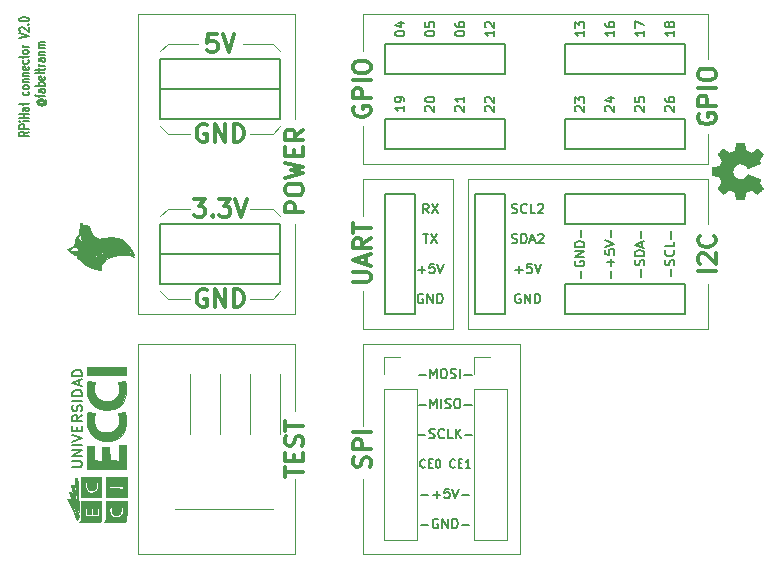
<source format=gbr>
G04 #@! TF.FileFunction,Legend,Top*
%FSLAX46Y46*%
G04 Gerber Fmt 4.6, Leading zero omitted, Abs format (unit mm)*
G04 Created by KiCad (PCBNEW 4.0.6-e0-6349~53~ubuntu14.04.1) date Thu May  4 17:22:46 2017*
%MOMM*%
%LPD*%
G01*
G04 APERTURE LIST*
%ADD10C,0.100000*%
%ADD11C,0.150000*%
%ADD12C,0.300000*%
%ADD13C,0.120000*%
%ADD14C,0.010000*%
G04 APERTURE END LIST*
D10*
D11*
X97097905Y-111962685D02*
X97745524Y-111962685D01*
X97821714Y-111919828D01*
X97859810Y-111876971D01*
X97897905Y-111791257D01*
X97897905Y-111619828D01*
X97859810Y-111534114D01*
X97821714Y-111491257D01*
X97745524Y-111448400D01*
X97097905Y-111448400D01*
X97897905Y-111019828D02*
X97097905Y-111019828D01*
X97897905Y-110505543D01*
X97097905Y-110505543D01*
X97897905Y-110076971D02*
X97097905Y-110076971D01*
X97097905Y-109776972D02*
X97897905Y-109476972D01*
X97097905Y-109176972D01*
X97478857Y-108876971D02*
X97478857Y-108576971D01*
X97897905Y-108448400D02*
X97897905Y-108876971D01*
X97097905Y-108876971D01*
X97097905Y-108448400D01*
X97897905Y-107548400D02*
X97516952Y-107848400D01*
X97897905Y-108062685D02*
X97097905Y-108062685D01*
X97097905Y-107719828D01*
X97136000Y-107634114D01*
X97174095Y-107591257D01*
X97250286Y-107548400D01*
X97364571Y-107548400D01*
X97440762Y-107591257D01*
X97478857Y-107634114D01*
X97516952Y-107719828D01*
X97516952Y-108062685D01*
X97859810Y-107205542D02*
X97897905Y-107076971D01*
X97897905Y-106862685D01*
X97859810Y-106776971D01*
X97821714Y-106734114D01*
X97745524Y-106691257D01*
X97669333Y-106691257D01*
X97593143Y-106734114D01*
X97555048Y-106776971D01*
X97516952Y-106862685D01*
X97478857Y-107034114D01*
X97440762Y-107119828D01*
X97402667Y-107162685D01*
X97326476Y-107205542D01*
X97250286Y-107205542D01*
X97174095Y-107162685D01*
X97136000Y-107119828D01*
X97097905Y-107034114D01*
X97097905Y-106819828D01*
X97136000Y-106691257D01*
X97897905Y-106305542D02*
X97097905Y-106305542D01*
X97897905Y-105876971D02*
X97097905Y-105876971D01*
X97097905Y-105662686D01*
X97136000Y-105534114D01*
X97212190Y-105448400D01*
X97288381Y-105405543D01*
X97440762Y-105362686D01*
X97555048Y-105362686D01*
X97707429Y-105405543D01*
X97783619Y-105448400D01*
X97859810Y-105534114D01*
X97897905Y-105662686D01*
X97897905Y-105876971D01*
X97669333Y-105019828D02*
X97669333Y-104591257D01*
X97897905Y-105105543D02*
X97097905Y-104805543D01*
X97897905Y-104505543D01*
X97897905Y-104205542D02*
X97097905Y-104205542D01*
X97097905Y-103991257D01*
X97136000Y-103862685D01*
X97212190Y-103776971D01*
X97288381Y-103734114D01*
X97440762Y-103691257D01*
X97555048Y-103691257D01*
X97707429Y-103734114D01*
X97783619Y-103776971D01*
X97859810Y-103862685D01*
X97897905Y-103991257D01*
X97897905Y-104205542D01*
D10*
X150876000Y-73558400D02*
X150876000Y-77368400D01*
X121666000Y-73558400D02*
X150876000Y-73558400D01*
X121666000Y-76733400D02*
X121666000Y-73558400D01*
X121666000Y-86258400D02*
X121666000Y-83083400D01*
X137541000Y-86258400D02*
X121666000Y-86258400D01*
X150876000Y-86258400D02*
X137541000Y-86258400D01*
X150876000Y-83718400D02*
X150876000Y-86258400D01*
X115951000Y-119278400D02*
X115951000Y-112928400D01*
X115951000Y-119278400D02*
X102616000Y-119278400D01*
X102616000Y-101498400D02*
X102616000Y-119278400D01*
X102616000Y-101498400D02*
X115951000Y-101498400D01*
X115951000Y-107213400D02*
X115951000Y-101498400D01*
X114046000Y-115468400D02*
X105791000Y-115468400D01*
X107061000Y-104038400D02*
X107061000Y-109118400D01*
X109601000Y-109118400D02*
X109601000Y-104038400D01*
X112141000Y-109118400D02*
X112141000Y-104038400D01*
X114681000Y-109118400D02*
X114681000Y-104038400D01*
X121666000Y-119278400D02*
X122301000Y-119278400D01*
X121666000Y-112928400D02*
X121666000Y-119278400D01*
X121666000Y-108483400D02*
X121666000Y-101498400D01*
X121666000Y-101498400D02*
X122301000Y-101498400D01*
X129286000Y-100228400D02*
X129286000Y-87528400D01*
X121666000Y-100228400D02*
X129286000Y-100228400D01*
X121666000Y-97053400D02*
X121666000Y-100228400D01*
X121666000Y-87528400D02*
X121666000Y-90703400D01*
X129286000Y-87528400D02*
X121666000Y-87528400D01*
X150876000Y-100228400D02*
X150876000Y-96418400D01*
X130556000Y-100228400D02*
X150876000Y-100228400D01*
X130556000Y-99593400D02*
X130556000Y-100228400D01*
X130556000Y-87528400D02*
X130556000Y-99593400D01*
X150876000Y-87528400D02*
X130556000Y-87528400D01*
X150876000Y-91338400D02*
X150876000Y-87528400D01*
X115951000Y-73558400D02*
X115951000Y-82448400D01*
X115951000Y-73558400D02*
X102616000Y-73558400D01*
X102616000Y-98958400D02*
X102616000Y-73558400D01*
X102616000Y-98958400D02*
X115951000Y-98958400D01*
X115951000Y-91338400D02*
X115951000Y-98958400D01*
X114046000Y-83718400D02*
X114681000Y-83083400D01*
X112141000Y-83718400D02*
X114046000Y-83718400D01*
X105156000Y-83718400D02*
X104521000Y-83083400D01*
X107061000Y-83718400D02*
X105156000Y-83718400D01*
X114046000Y-90068400D02*
X114681000Y-90703400D01*
X112141000Y-90068400D02*
X114046000Y-90068400D01*
X105156000Y-90068400D02*
X104521000Y-90703400D01*
X107061000Y-90068400D02*
X105156000Y-90068400D01*
X105156000Y-97688400D02*
X104521000Y-97053400D01*
X107061000Y-97688400D02*
X105156000Y-97688400D01*
X114046000Y-97688400D02*
X114681000Y-97053400D01*
X112141000Y-97688400D02*
X114046000Y-97688400D01*
X135001000Y-101498400D02*
X122301000Y-101498400D01*
X135001000Y-119278400D02*
X122301000Y-119278400D01*
X135001000Y-118008400D02*
X135001000Y-119278400D01*
X135001000Y-101498400D02*
X135001000Y-118008400D01*
X114046000Y-76098400D02*
X114681000Y-76733400D01*
X111506000Y-76098400D02*
X114046000Y-76098400D01*
X105156000Y-76098400D02*
X104521000Y-76733400D01*
X107696000Y-76098400D02*
X105156000Y-76098400D01*
D11*
X93412905Y-83524115D02*
X93031952Y-83724115D01*
X93412905Y-83866972D02*
X92612905Y-83866972D01*
X92612905Y-83638400D01*
X92651000Y-83581258D01*
X92689095Y-83552686D01*
X92765286Y-83524115D01*
X92879571Y-83524115D01*
X92955762Y-83552686D01*
X92993857Y-83581258D01*
X93031952Y-83638400D01*
X93031952Y-83866972D01*
X93412905Y-83266972D02*
X92612905Y-83266972D01*
X92612905Y-83038400D01*
X92651000Y-82981258D01*
X92689095Y-82952686D01*
X92765286Y-82924115D01*
X92879571Y-82924115D01*
X92955762Y-82952686D01*
X92993857Y-82981258D01*
X93031952Y-83038400D01*
X93031952Y-83266972D01*
X93412905Y-82666972D02*
X92879571Y-82666972D01*
X92612905Y-82666972D02*
X92651000Y-82695543D01*
X92689095Y-82666972D01*
X92651000Y-82638400D01*
X92612905Y-82666972D01*
X92689095Y-82666972D01*
X93412905Y-82381258D02*
X92612905Y-82381258D01*
X92993857Y-82381258D02*
X92993857Y-82038401D01*
X93412905Y-82038401D02*
X92612905Y-82038401D01*
X93412905Y-81495544D02*
X92993857Y-81495544D01*
X92917667Y-81524115D01*
X92879571Y-81581258D01*
X92879571Y-81695544D01*
X92917667Y-81752687D01*
X93374810Y-81495544D02*
X93412905Y-81552687D01*
X93412905Y-81695544D01*
X93374810Y-81752687D01*
X93298619Y-81781258D01*
X93222429Y-81781258D01*
X93146238Y-81752687D01*
X93108143Y-81695544D01*
X93108143Y-81552687D01*
X93070048Y-81495544D01*
X92879571Y-81295544D02*
X92879571Y-81066973D01*
X92612905Y-81209830D02*
X93298619Y-81209830D01*
X93374810Y-81181258D01*
X93412905Y-81124116D01*
X93412905Y-81066973D01*
X93374810Y-80152687D02*
X93412905Y-80209830D01*
X93412905Y-80324116D01*
X93374810Y-80381258D01*
X93336714Y-80409830D01*
X93260524Y-80438401D01*
X93031952Y-80438401D01*
X92955762Y-80409830D01*
X92917667Y-80381258D01*
X92879571Y-80324116D01*
X92879571Y-80209830D01*
X92917667Y-80152687D01*
X93412905Y-79809830D02*
X93374810Y-79866972D01*
X93336714Y-79895544D01*
X93260524Y-79924115D01*
X93031952Y-79924115D01*
X92955762Y-79895544D01*
X92917667Y-79866972D01*
X92879571Y-79809830D01*
X92879571Y-79724115D01*
X92917667Y-79666972D01*
X92955762Y-79638401D01*
X93031952Y-79609830D01*
X93260524Y-79609830D01*
X93336714Y-79638401D01*
X93374810Y-79666972D01*
X93412905Y-79724115D01*
X93412905Y-79809830D01*
X92879571Y-79352687D02*
X93412905Y-79352687D01*
X92955762Y-79352687D02*
X92917667Y-79324115D01*
X92879571Y-79266973D01*
X92879571Y-79181258D01*
X92917667Y-79124115D01*
X92993857Y-79095544D01*
X93412905Y-79095544D01*
X92879571Y-78809830D02*
X93412905Y-78809830D01*
X92955762Y-78809830D02*
X92917667Y-78781258D01*
X92879571Y-78724116D01*
X92879571Y-78638401D01*
X92917667Y-78581258D01*
X92993857Y-78552687D01*
X93412905Y-78552687D01*
X93374810Y-78038401D02*
X93412905Y-78095544D01*
X93412905Y-78209830D01*
X93374810Y-78266973D01*
X93298619Y-78295544D01*
X92993857Y-78295544D01*
X92917667Y-78266973D01*
X92879571Y-78209830D01*
X92879571Y-78095544D01*
X92917667Y-78038401D01*
X92993857Y-78009830D01*
X93070048Y-78009830D01*
X93146238Y-78295544D01*
X93374810Y-77495544D02*
X93412905Y-77552687D01*
X93412905Y-77666973D01*
X93374810Y-77724115D01*
X93336714Y-77752687D01*
X93260524Y-77781258D01*
X93031952Y-77781258D01*
X92955762Y-77752687D01*
X92917667Y-77724115D01*
X92879571Y-77666973D01*
X92879571Y-77552687D01*
X92917667Y-77495544D01*
X92879571Y-77324115D02*
X92879571Y-77095544D01*
X92612905Y-77238401D02*
X93298619Y-77238401D01*
X93374810Y-77209829D01*
X93412905Y-77152687D01*
X93412905Y-77095544D01*
X93412905Y-76809830D02*
X93374810Y-76866972D01*
X93336714Y-76895544D01*
X93260524Y-76924115D01*
X93031952Y-76924115D01*
X92955762Y-76895544D01*
X92917667Y-76866972D01*
X92879571Y-76809830D01*
X92879571Y-76724115D01*
X92917667Y-76666972D01*
X92955762Y-76638401D01*
X93031952Y-76609830D01*
X93260524Y-76609830D01*
X93336714Y-76638401D01*
X93374810Y-76666972D01*
X93412905Y-76724115D01*
X93412905Y-76809830D01*
X93412905Y-76352687D02*
X92879571Y-76352687D01*
X93031952Y-76352687D02*
X92955762Y-76324115D01*
X92917667Y-76295544D01*
X92879571Y-76238401D01*
X92879571Y-76181258D01*
X92612905Y-75609829D02*
X93412905Y-75409829D01*
X92612905Y-75209829D01*
X92689095Y-75038400D02*
X92651000Y-75009829D01*
X92612905Y-74952686D01*
X92612905Y-74809829D01*
X92651000Y-74752686D01*
X92689095Y-74724115D01*
X92765286Y-74695543D01*
X92841476Y-74695543D01*
X92955762Y-74724115D01*
X93412905Y-75066972D01*
X93412905Y-74695543D01*
X93336714Y-74438400D02*
X93374810Y-74409828D01*
X93412905Y-74438400D01*
X93374810Y-74466971D01*
X93336714Y-74438400D01*
X93412905Y-74438400D01*
X92612905Y-74038400D02*
X92612905Y-73981257D01*
X92651000Y-73924114D01*
X92689095Y-73895543D01*
X92765286Y-73866972D01*
X92917667Y-73838400D01*
X93108143Y-73838400D01*
X93260524Y-73866972D01*
X93336714Y-73895543D01*
X93374810Y-73924114D01*
X93412905Y-73981257D01*
X93412905Y-74038400D01*
X93374810Y-74095543D01*
X93336714Y-74124114D01*
X93260524Y-74152686D01*
X93108143Y-74181257D01*
X92917667Y-74181257D01*
X92765286Y-74152686D01*
X92689095Y-74124114D01*
X92651000Y-74095543D01*
X92612905Y-74038400D01*
X94381952Y-80938400D02*
X94343857Y-80966972D01*
X94305762Y-81024115D01*
X94305762Y-81081257D01*
X94343857Y-81138400D01*
X94381952Y-81166972D01*
X94458143Y-81195543D01*
X94534333Y-81195543D01*
X94610524Y-81166972D01*
X94648619Y-81138400D01*
X94686714Y-81081257D01*
X94686714Y-81024115D01*
X94648619Y-80966972D01*
X94610524Y-80938400D01*
X94305762Y-80938400D02*
X94610524Y-80938400D01*
X94648619Y-80909829D01*
X94648619Y-80881257D01*
X94610524Y-80824115D01*
X94534333Y-80795543D01*
X94343857Y-80795543D01*
X94229571Y-80852686D01*
X94153381Y-80938400D01*
X94115286Y-81052686D01*
X94153381Y-81166972D01*
X94229571Y-81252686D01*
X94343857Y-81309829D01*
X94496238Y-81338400D01*
X94648619Y-81309829D01*
X94762905Y-81252686D01*
X94839095Y-81166972D01*
X94877190Y-81052686D01*
X94839095Y-80938400D01*
X94762905Y-80852686D01*
X94229571Y-80624114D02*
X94229571Y-80395543D01*
X94762905Y-80538400D02*
X94077190Y-80538400D01*
X94001000Y-80509828D01*
X93962905Y-80452686D01*
X93962905Y-80395543D01*
X94762905Y-79938400D02*
X94343857Y-79938400D01*
X94267667Y-79966971D01*
X94229571Y-80024114D01*
X94229571Y-80138400D01*
X94267667Y-80195543D01*
X94724810Y-79938400D02*
X94762905Y-79995543D01*
X94762905Y-80138400D01*
X94724810Y-80195543D01*
X94648619Y-80224114D01*
X94572429Y-80224114D01*
X94496238Y-80195543D01*
X94458143Y-80138400D01*
X94458143Y-79995543D01*
X94420048Y-79938400D01*
X94762905Y-79652686D02*
X93962905Y-79652686D01*
X94267667Y-79652686D02*
X94229571Y-79595543D01*
X94229571Y-79481257D01*
X94267667Y-79424114D01*
X94305762Y-79395543D01*
X94381952Y-79366972D01*
X94610524Y-79366972D01*
X94686714Y-79395543D01*
X94724810Y-79424114D01*
X94762905Y-79481257D01*
X94762905Y-79595543D01*
X94724810Y-79652686D01*
X94724810Y-78881257D02*
X94762905Y-78938400D01*
X94762905Y-79052686D01*
X94724810Y-79109829D01*
X94648619Y-79138400D01*
X94343857Y-79138400D01*
X94267667Y-79109829D01*
X94229571Y-79052686D01*
X94229571Y-78938400D01*
X94267667Y-78881257D01*
X94343857Y-78852686D01*
X94420048Y-78852686D01*
X94496238Y-79138400D01*
X94762905Y-78509829D02*
X94724810Y-78566971D01*
X94648619Y-78595543D01*
X93962905Y-78595543D01*
X94229571Y-78366971D02*
X94229571Y-78138400D01*
X93962905Y-78281257D02*
X94648619Y-78281257D01*
X94724810Y-78252685D01*
X94762905Y-78195543D01*
X94762905Y-78138400D01*
X94762905Y-77938400D02*
X94229571Y-77938400D01*
X94381952Y-77938400D02*
X94305762Y-77909828D01*
X94267667Y-77881257D01*
X94229571Y-77824114D01*
X94229571Y-77766971D01*
X94762905Y-77309828D02*
X94343857Y-77309828D01*
X94267667Y-77338399D01*
X94229571Y-77395542D01*
X94229571Y-77509828D01*
X94267667Y-77566971D01*
X94724810Y-77309828D02*
X94762905Y-77366971D01*
X94762905Y-77509828D01*
X94724810Y-77566971D01*
X94648619Y-77595542D01*
X94572429Y-77595542D01*
X94496238Y-77566971D01*
X94458143Y-77509828D01*
X94458143Y-77366971D01*
X94420048Y-77309828D01*
X94229571Y-77024114D02*
X94762905Y-77024114D01*
X94305762Y-77024114D02*
X94267667Y-76995542D01*
X94229571Y-76938400D01*
X94229571Y-76852685D01*
X94267667Y-76795542D01*
X94343857Y-76766971D01*
X94762905Y-76766971D01*
X94762905Y-76481257D02*
X94229571Y-76481257D01*
X94305762Y-76481257D02*
X94267667Y-76452685D01*
X94229571Y-76395543D01*
X94229571Y-76309828D01*
X94267667Y-76252685D01*
X94343857Y-76224114D01*
X94762905Y-76224114D01*
X94343857Y-76224114D02*
X94267667Y-76195543D01*
X94229571Y-76138400D01*
X94229571Y-76052685D01*
X94267667Y-75995543D01*
X94343857Y-75966971D01*
X94762905Y-75966971D01*
D12*
X115129571Y-112781257D02*
X115129571Y-111924114D01*
X116629571Y-112352685D02*
X115129571Y-112352685D01*
X115843857Y-111424114D02*
X115843857Y-110924114D01*
X116629571Y-110709828D02*
X116629571Y-111424114D01*
X115129571Y-111424114D01*
X115129571Y-110709828D01*
X116558143Y-110138400D02*
X116629571Y-109924114D01*
X116629571Y-109566971D01*
X116558143Y-109424114D01*
X116486714Y-109352685D01*
X116343857Y-109281257D01*
X116201000Y-109281257D01*
X116058143Y-109352685D01*
X115986714Y-109424114D01*
X115915286Y-109566971D01*
X115843857Y-109852685D01*
X115772429Y-109995543D01*
X115701000Y-110066971D01*
X115558143Y-110138400D01*
X115415286Y-110138400D01*
X115272429Y-110066971D01*
X115201000Y-109995543D01*
X115129571Y-109852685D01*
X115129571Y-109495543D01*
X115201000Y-109281257D01*
X115129571Y-108852686D02*
X115129571Y-107995543D01*
X116629571Y-108424114D02*
X115129571Y-108424114D01*
X116629571Y-90357686D02*
X115129571Y-90357686D01*
X115129571Y-89786258D01*
X115201000Y-89643400D01*
X115272429Y-89571972D01*
X115415286Y-89500543D01*
X115629571Y-89500543D01*
X115772429Y-89571972D01*
X115843857Y-89643400D01*
X115915286Y-89786258D01*
X115915286Y-90357686D01*
X115129571Y-88571972D02*
X115129571Y-88286258D01*
X115201000Y-88143400D01*
X115343857Y-88000543D01*
X115629571Y-87929115D01*
X116129571Y-87929115D01*
X116415286Y-88000543D01*
X116558143Y-88143400D01*
X116629571Y-88286258D01*
X116629571Y-88571972D01*
X116558143Y-88714829D01*
X116415286Y-88857686D01*
X116129571Y-88929115D01*
X115629571Y-88929115D01*
X115343857Y-88857686D01*
X115201000Y-88714829D01*
X115129571Y-88571972D01*
X115129571Y-87429114D02*
X116629571Y-87071971D01*
X115558143Y-86786257D01*
X116629571Y-86500543D01*
X115129571Y-86143400D01*
X115843857Y-85571971D02*
X115843857Y-85071971D01*
X116629571Y-84857685D02*
X116629571Y-85571971D01*
X115129571Y-85571971D01*
X115129571Y-84857685D01*
X116629571Y-83357685D02*
X115915286Y-83857685D01*
X116629571Y-84214828D02*
X115129571Y-84214828D01*
X115129571Y-83643400D01*
X115201000Y-83500542D01*
X115272429Y-83429114D01*
X115415286Y-83357685D01*
X115629571Y-83357685D01*
X115772429Y-83429114D01*
X115843857Y-83500542D01*
X115915286Y-83643400D01*
X115915286Y-84214828D01*
X120916000Y-81408400D02*
X120844571Y-81551257D01*
X120844571Y-81765543D01*
X120916000Y-81979828D01*
X121058857Y-82122686D01*
X121201714Y-82194114D01*
X121487429Y-82265543D01*
X121701714Y-82265543D01*
X121987429Y-82194114D01*
X122130286Y-82122686D01*
X122273143Y-81979828D01*
X122344571Y-81765543D01*
X122344571Y-81622686D01*
X122273143Y-81408400D01*
X122201714Y-81336971D01*
X121701714Y-81336971D01*
X121701714Y-81622686D01*
X122344571Y-80694114D02*
X120844571Y-80694114D01*
X120844571Y-80122686D01*
X120916000Y-79979828D01*
X120987429Y-79908400D01*
X121130286Y-79836971D01*
X121344571Y-79836971D01*
X121487429Y-79908400D01*
X121558857Y-79979828D01*
X121630286Y-80122686D01*
X121630286Y-80694114D01*
X122344571Y-79194114D02*
X120844571Y-79194114D01*
X120844571Y-78194114D02*
X120844571Y-77908400D01*
X120916000Y-77765542D01*
X121058857Y-77622685D01*
X121344571Y-77551257D01*
X121844571Y-77551257D01*
X122130286Y-77622685D01*
X122273143Y-77765542D01*
X122344571Y-77908400D01*
X122344571Y-78194114D01*
X122273143Y-78336971D01*
X122130286Y-78479828D01*
X121844571Y-78551257D01*
X121344571Y-78551257D01*
X121058857Y-78479828D01*
X120916000Y-78336971D01*
X120844571Y-78194114D01*
D11*
X127247667Y-90430305D02*
X126981000Y-90049352D01*
X126790524Y-90430305D02*
X126790524Y-89630305D01*
X127095286Y-89630305D01*
X127171477Y-89668400D01*
X127209572Y-89706495D01*
X127247667Y-89782686D01*
X127247667Y-89896971D01*
X127209572Y-89973162D01*
X127171477Y-90011257D01*
X127095286Y-90049352D01*
X126790524Y-90049352D01*
X127514334Y-89630305D02*
X128047667Y-90430305D01*
X128047667Y-89630305D02*
X127514334Y-90430305D01*
X126771476Y-92170305D02*
X127228619Y-92170305D01*
X127000048Y-92970305D02*
X127000048Y-92170305D01*
X127419096Y-92170305D02*
X127952429Y-92970305D01*
X127952429Y-92170305D02*
X127419096Y-92970305D01*
X126352429Y-95205543D02*
X126961953Y-95205543D01*
X126657191Y-95510305D02*
X126657191Y-94900781D01*
X127723858Y-94710305D02*
X127342905Y-94710305D01*
X127304810Y-95091257D01*
X127342905Y-95053162D01*
X127419096Y-95015067D01*
X127609572Y-95015067D01*
X127685762Y-95053162D01*
X127723858Y-95091257D01*
X127761953Y-95167448D01*
X127761953Y-95357924D01*
X127723858Y-95434114D01*
X127685762Y-95472210D01*
X127609572Y-95510305D01*
X127419096Y-95510305D01*
X127342905Y-95472210D01*
X127304810Y-95434114D01*
X127990524Y-94710305D02*
X128257191Y-95510305D01*
X128523858Y-94710305D01*
X126771477Y-97288400D02*
X126695286Y-97250305D01*
X126581001Y-97250305D01*
X126466715Y-97288400D01*
X126390524Y-97364590D01*
X126352429Y-97440781D01*
X126314334Y-97593162D01*
X126314334Y-97707448D01*
X126352429Y-97859829D01*
X126390524Y-97936019D01*
X126466715Y-98012210D01*
X126581001Y-98050305D01*
X126657191Y-98050305D01*
X126771477Y-98012210D01*
X126809572Y-97974114D01*
X126809572Y-97707448D01*
X126657191Y-97707448D01*
X127152429Y-98050305D02*
X127152429Y-97250305D01*
X127609572Y-98050305D01*
X127609572Y-97250305D01*
X127990524Y-98050305D02*
X127990524Y-97250305D01*
X128181000Y-97250305D01*
X128295286Y-97288400D01*
X128371477Y-97364590D01*
X128409572Y-97440781D01*
X128447667Y-97593162D01*
X128447667Y-97707448D01*
X128409572Y-97859829D01*
X128371477Y-97936019D01*
X128295286Y-98012210D01*
X128181000Y-98050305D01*
X127990524Y-98050305D01*
X126631953Y-116795543D02*
X127241477Y-116795543D01*
X128041477Y-116338400D02*
X127965286Y-116300305D01*
X127851001Y-116300305D01*
X127736715Y-116338400D01*
X127660524Y-116414590D01*
X127622429Y-116490781D01*
X127584334Y-116643162D01*
X127584334Y-116757448D01*
X127622429Y-116909829D01*
X127660524Y-116986019D01*
X127736715Y-117062210D01*
X127851001Y-117100305D01*
X127927191Y-117100305D01*
X128041477Y-117062210D01*
X128079572Y-117024114D01*
X128079572Y-116757448D01*
X127927191Y-116757448D01*
X128422429Y-117100305D02*
X128422429Y-116300305D01*
X128879572Y-117100305D01*
X128879572Y-116300305D01*
X129260524Y-117100305D02*
X129260524Y-116300305D01*
X129451000Y-116300305D01*
X129565286Y-116338400D01*
X129641477Y-116414590D01*
X129679572Y-116490781D01*
X129717667Y-116643162D01*
X129717667Y-116757448D01*
X129679572Y-116909829D01*
X129641477Y-116986019D01*
X129565286Y-117062210D01*
X129451000Y-117100305D01*
X129260524Y-117100305D01*
X130060524Y-116795543D02*
X130670048Y-116795543D01*
X126631953Y-114255543D02*
X127241477Y-114255543D01*
X127622429Y-114255543D02*
X128231953Y-114255543D01*
X127927191Y-114560305D02*
X127927191Y-113950781D01*
X128993858Y-113760305D02*
X128612905Y-113760305D01*
X128574810Y-114141257D01*
X128612905Y-114103162D01*
X128689096Y-114065067D01*
X128879572Y-114065067D01*
X128955762Y-114103162D01*
X128993858Y-114141257D01*
X129031953Y-114217448D01*
X129031953Y-114407924D01*
X128993858Y-114484114D01*
X128955762Y-114522210D01*
X128879572Y-114560305D01*
X128689096Y-114560305D01*
X128612905Y-114522210D01*
X128574810Y-114484114D01*
X129260524Y-113760305D02*
X129527191Y-114560305D01*
X129793858Y-113760305D01*
X130060524Y-114255543D02*
X130670048Y-114255543D01*
X126951001Y-111908400D02*
X126917667Y-111941733D01*
X126817667Y-111975067D01*
X126751001Y-111975067D01*
X126651001Y-111941733D01*
X126584334Y-111875067D01*
X126551001Y-111808400D01*
X126517667Y-111675067D01*
X126517667Y-111575067D01*
X126551001Y-111441733D01*
X126584334Y-111375067D01*
X126651001Y-111308400D01*
X126751001Y-111275067D01*
X126817667Y-111275067D01*
X126917667Y-111308400D01*
X126951001Y-111341733D01*
X127251001Y-111608400D02*
X127484334Y-111608400D01*
X127584334Y-111975067D02*
X127251001Y-111975067D01*
X127251001Y-111275067D01*
X127584334Y-111275067D01*
X128017667Y-111275067D02*
X128084334Y-111275067D01*
X128151000Y-111308400D01*
X128184334Y-111341733D01*
X128217667Y-111408400D01*
X128251000Y-111541733D01*
X128251000Y-111708400D01*
X128217667Y-111841733D01*
X128184334Y-111908400D01*
X128151000Y-111941733D01*
X128084334Y-111975067D01*
X128017667Y-111975067D01*
X127951000Y-111941733D01*
X127917667Y-111908400D01*
X127884334Y-111841733D01*
X127851000Y-111708400D01*
X127851000Y-111541733D01*
X127884334Y-111408400D01*
X127917667Y-111341733D01*
X127951000Y-111308400D01*
X128017667Y-111275067D01*
X129484334Y-111908400D02*
X129451000Y-111941733D01*
X129351000Y-111975067D01*
X129284334Y-111975067D01*
X129184334Y-111941733D01*
X129117667Y-111875067D01*
X129084334Y-111808400D01*
X129051000Y-111675067D01*
X129051000Y-111575067D01*
X129084334Y-111441733D01*
X129117667Y-111375067D01*
X129184334Y-111308400D01*
X129284334Y-111275067D01*
X129351000Y-111275067D01*
X129451000Y-111308400D01*
X129484334Y-111341733D01*
X129784334Y-111608400D02*
X130017667Y-111608400D01*
X130117667Y-111975067D02*
X129784334Y-111975067D01*
X129784334Y-111275067D01*
X130117667Y-111275067D01*
X130784333Y-111975067D02*
X130384333Y-111975067D01*
X130584333Y-111975067D02*
X130584333Y-111275067D01*
X130517667Y-111375067D01*
X130451000Y-111441733D01*
X130384333Y-111475067D01*
X126346238Y-109175543D02*
X126955762Y-109175543D01*
X127298619Y-109442210D02*
X127412905Y-109480305D01*
X127603381Y-109480305D01*
X127679571Y-109442210D01*
X127717667Y-109404114D01*
X127755762Y-109327924D01*
X127755762Y-109251733D01*
X127717667Y-109175543D01*
X127679571Y-109137448D01*
X127603381Y-109099352D01*
X127451000Y-109061257D01*
X127374809Y-109023162D01*
X127336714Y-108985067D01*
X127298619Y-108908876D01*
X127298619Y-108832686D01*
X127336714Y-108756495D01*
X127374809Y-108718400D01*
X127451000Y-108680305D01*
X127641476Y-108680305D01*
X127755762Y-108718400D01*
X128555762Y-109404114D02*
X128517667Y-109442210D01*
X128403381Y-109480305D01*
X128327191Y-109480305D01*
X128212905Y-109442210D01*
X128136714Y-109366019D01*
X128098619Y-109289829D01*
X128060524Y-109137448D01*
X128060524Y-109023162D01*
X128098619Y-108870781D01*
X128136714Y-108794590D01*
X128212905Y-108718400D01*
X128327191Y-108680305D01*
X128403381Y-108680305D01*
X128517667Y-108718400D01*
X128555762Y-108756495D01*
X129279572Y-109480305D02*
X128898619Y-109480305D01*
X128898619Y-108680305D01*
X129546238Y-109480305D02*
X129546238Y-108680305D01*
X130003381Y-109480305D02*
X129660524Y-109023162D01*
X130003381Y-108680305D02*
X129546238Y-109137448D01*
X130346238Y-109175543D02*
X130955762Y-109175543D01*
X126403381Y-106635543D02*
X127012905Y-106635543D01*
X127393857Y-106940305D02*
X127393857Y-106140305D01*
X127660524Y-106711733D01*
X127927191Y-106140305D01*
X127927191Y-106940305D01*
X128308143Y-106940305D02*
X128308143Y-106140305D01*
X128651000Y-106902210D02*
X128765286Y-106940305D01*
X128955762Y-106940305D01*
X129031952Y-106902210D01*
X129070048Y-106864114D01*
X129108143Y-106787924D01*
X129108143Y-106711733D01*
X129070048Y-106635543D01*
X129031952Y-106597448D01*
X128955762Y-106559352D01*
X128803381Y-106521257D01*
X128727190Y-106483162D01*
X128689095Y-106445067D01*
X128651000Y-106368876D01*
X128651000Y-106292686D01*
X128689095Y-106216495D01*
X128727190Y-106178400D01*
X128803381Y-106140305D01*
X128993857Y-106140305D01*
X129108143Y-106178400D01*
X129603381Y-106140305D02*
X129755762Y-106140305D01*
X129831953Y-106178400D01*
X129908143Y-106254590D01*
X129946238Y-106406971D01*
X129946238Y-106673638D01*
X129908143Y-106826019D01*
X129831953Y-106902210D01*
X129755762Y-106940305D01*
X129603381Y-106940305D01*
X129527191Y-106902210D01*
X129451000Y-106826019D01*
X129412905Y-106673638D01*
X129412905Y-106406971D01*
X129451000Y-106254590D01*
X129527191Y-106178400D01*
X129603381Y-106140305D01*
X130289095Y-106635543D02*
X130898619Y-106635543D01*
X126403381Y-104095543D02*
X127012905Y-104095543D01*
X127393857Y-104400305D02*
X127393857Y-103600305D01*
X127660524Y-104171733D01*
X127927191Y-103600305D01*
X127927191Y-104400305D01*
X128460524Y-103600305D02*
X128612905Y-103600305D01*
X128689096Y-103638400D01*
X128765286Y-103714590D01*
X128803381Y-103866971D01*
X128803381Y-104133638D01*
X128765286Y-104286019D01*
X128689096Y-104362210D01*
X128612905Y-104400305D01*
X128460524Y-104400305D01*
X128384334Y-104362210D01*
X128308143Y-104286019D01*
X128270048Y-104133638D01*
X128270048Y-103866971D01*
X128308143Y-103714590D01*
X128384334Y-103638400D01*
X128460524Y-103600305D01*
X129108143Y-104362210D02*
X129222429Y-104400305D01*
X129412905Y-104400305D01*
X129489095Y-104362210D01*
X129527191Y-104324114D01*
X129565286Y-104247924D01*
X129565286Y-104171733D01*
X129527191Y-104095543D01*
X129489095Y-104057448D01*
X129412905Y-104019352D01*
X129260524Y-103981257D01*
X129184333Y-103943162D01*
X129146238Y-103905067D01*
X129108143Y-103828876D01*
X129108143Y-103752686D01*
X129146238Y-103676495D01*
X129184333Y-103638400D01*
X129260524Y-103600305D01*
X129451000Y-103600305D01*
X129565286Y-103638400D01*
X129908143Y-104400305D02*
X129908143Y-103600305D01*
X130289095Y-104095543D02*
X130898619Y-104095543D01*
X135026477Y-97288400D02*
X134950286Y-97250305D01*
X134836001Y-97250305D01*
X134721715Y-97288400D01*
X134645524Y-97364590D01*
X134607429Y-97440781D01*
X134569334Y-97593162D01*
X134569334Y-97707448D01*
X134607429Y-97859829D01*
X134645524Y-97936019D01*
X134721715Y-98012210D01*
X134836001Y-98050305D01*
X134912191Y-98050305D01*
X135026477Y-98012210D01*
X135064572Y-97974114D01*
X135064572Y-97707448D01*
X134912191Y-97707448D01*
X135407429Y-98050305D02*
X135407429Y-97250305D01*
X135864572Y-98050305D01*
X135864572Y-97250305D01*
X136245524Y-98050305D02*
X136245524Y-97250305D01*
X136436000Y-97250305D01*
X136550286Y-97288400D01*
X136626477Y-97364590D01*
X136664572Y-97440781D01*
X136702667Y-97593162D01*
X136702667Y-97707448D01*
X136664572Y-97859829D01*
X136626477Y-97936019D01*
X136550286Y-98012210D01*
X136436000Y-98050305D01*
X136245524Y-98050305D01*
X134607429Y-95205543D02*
X135216953Y-95205543D01*
X134912191Y-95510305D02*
X134912191Y-94900781D01*
X135978858Y-94710305D02*
X135597905Y-94710305D01*
X135559810Y-95091257D01*
X135597905Y-95053162D01*
X135674096Y-95015067D01*
X135864572Y-95015067D01*
X135940762Y-95053162D01*
X135978858Y-95091257D01*
X136016953Y-95167448D01*
X136016953Y-95357924D01*
X135978858Y-95434114D01*
X135940762Y-95472210D01*
X135864572Y-95510305D01*
X135674096Y-95510305D01*
X135597905Y-95472210D01*
X135559810Y-95434114D01*
X136245524Y-94710305D02*
X136512191Y-95510305D01*
X136778858Y-94710305D01*
X134283619Y-92932210D02*
X134397905Y-92970305D01*
X134588381Y-92970305D01*
X134664571Y-92932210D01*
X134702667Y-92894114D01*
X134740762Y-92817924D01*
X134740762Y-92741733D01*
X134702667Y-92665543D01*
X134664571Y-92627448D01*
X134588381Y-92589352D01*
X134436000Y-92551257D01*
X134359809Y-92513162D01*
X134321714Y-92475067D01*
X134283619Y-92398876D01*
X134283619Y-92322686D01*
X134321714Y-92246495D01*
X134359809Y-92208400D01*
X134436000Y-92170305D01*
X134626476Y-92170305D01*
X134740762Y-92208400D01*
X135083619Y-92970305D02*
X135083619Y-92170305D01*
X135274095Y-92170305D01*
X135388381Y-92208400D01*
X135464572Y-92284590D01*
X135502667Y-92360781D01*
X135540762Y-92513162D01*
X135540762Y-92627448D01*
X135502667Y-92779829D01*
X135464572Y-92856019D01*
X135388381Y-92932210D01*
X135274095Y-92970305D01*
X135083619Y-92970305D01*
X135845524Y-92741733D02*
X136226476Y-92741733D01*
X135769333Y-92970305D02*
X136036000Y-92170305D01*
X136302667Y-92970305D01*
X136531238Y-92246495D02*
X136569333Y-92208400D01*
X136645524Y-92170305D01*
X136836000Y-92170305D01*
X136912190Y-92208400D01*
X136950286Y-92246495D01*
X136988381Y-92322686D01*
X136988381Y-92398876D01*
X136950286Y-92513162D01*
X136493143Y-92970305D01*
X136988381Y-92970305D01*
X134302667Y-90392210D02*
X134416953Y-90430305D01*
X134607429Y-90430305D01*
X134683619Y-90392210D01*
X134721715Y-90354114D01*
X134759810Y-90277924D01*
X134759810Y-90201733D01*
X134721715Y-90125543D01*
X134683619Y-90087448D01*
X134607429Y-90049352D01*
X134455048Y-90011257D01*
X134378857Y-89973162D01*
X134340762Y-89935067D01*
X134302667Y-89858876D01*
X134302667Y-89782686D01*
X134340762Y-89706495D01*
X134378857Y-89668400D01*
X134455048Y-89630305D01*
X134645524Y-89630305D01*
X134759810Y-89668400D01*
X135559810Y-90354114D02*
X135521715Y-90392210D01*
X135407429Y-90430305D01*
X135331239Y-90430305D01*
X135216953Y-90392210D01*
X135140762Y-90316019D01*
X135102667Y-90239829D01*
X135064572Y-90087448D01*
X135064572Y-89973162D01*
X135102667Y-89820781D01*
X135140762Y-89744590D01*
X135216953Y-89668400D01*
X135331239Y-89630305D01*
X135407429Y-89630305D01*
X135521715Y-89668400D01*
X135559810Y-89706495D01*
X136283620Y-90430305D02*
X135902667Y-90430305D01*
X135902667Y-89630305D01*
X136512191Y-89706495D02*
X136550286Y-89668400D01*
X136626477Y-89630305D01*
X136816953Y-89630305D01*
X136893143Y-89668400D01*
X136931239Y-89706495D01*
X136969334Y-89782686D01*
X136969334Y-89858876D01*
X136931239Y-89973162D01*
X136474096Y-90430305D01*
X136969334Y-90430305D01*
D12*
X120844571Y-96271257D02*
X122058857Y-96271257D01*
X122201714Y-96199829D01*
X122273143Y-96128400D01*
X122344571Y-95985543D01*
X122344571Y-95699829D01*
X122273143Y-95556971D01*
X122201714Y-95485543D01*
X122058857Y-95414114D01*
X120844571Y-95414114D01*
X121916000Y-94771257D02*
X121916000Y-94056971D01*
X122344571Y-94914114D02*
X120844571Y-94414114D01*
X122344571Y-93914114D01*
X122344571Y-92556971D02*
X121630286Y-93056971D01*
X122344571Y-93414114D02*
X120844571Y-93414114D01*
X120844571Y-92842686D01*
X120916000Y-92699828D01*
X120987429Y-92628400D01*
X121130286Y-92556971D01*
X121344571Y-92556971D01*
X121487429Y-92628400D01*
X121558857Y-92699828D01*
X121630286Y-92842686D01*
X121630286Y-93414114D01*
X120844571Y-92128400D02*
X120844571Y-91271257D01*
X122344571Y-91699828D02*
X120844571Y-91699828D01*
D11*
X140138143Y-95897447D02*
X140138143Y-95287923D01*
X139681000Y-94487923D02*
X139642905Y-94564114D01*
X139642905Y-94678399D01*
X139681000Y-94792685D01*
X139757190Y-94868876D01*
X139833381Y-94906971D01*
X139985762Y-94945066D01*
X140100048Y-94945066D01*
X140252429Y-94906971D01*
X140328619Y-94868876D01*
X140404810Y-94792685D01*
X140442905Y-94678399D01*
X140442905Y-94602209D01*
X140404810Y-94487923D01*
X140366714Y-94449828D01*
X140100048Y-94449828D01*
X140100048Y-94602209D01*
X140442905Y-94106971D02*
X139642905Y-94106971D01*
X140442905Y-93649828D01*
X139642905Y-93649828D01*
X140442905Y-93268876D02*
X139642905Y-93268876D01*
X139642905Y-93078400D01*
X139681000Y-92964114D01*
X139757190Y-92887923D01*
X139833381Y-92849828D01*
X139985762Y-92811733D01*
X140100048Y-92811733D01*
X140252429Y-92849828D01*
X140328619Y-92887923D01*
X140404810Y-92964114D01*
X140442905Y-93078400D01*
X140442905Y-93268876D01*
X140138143Y-92468876D02*
X140138143Y-91859352D01*
X142678143Y-95897447D02*
X142678143Y-95287923D01*
X142678143Y-94906971D02*
X142678143Y-94297447D01*
X142982905Y-94602209D02*
X142373381Y-94602209D01*
X142182905Y-93535542D02*
X142182905Y-93916495D01*
X142563857Y-93954590D01*
X142525762Y-93916495D01*
X142487667Y-93840304D01*
X142487667Y-93649828D01*
X142525762Y-93573638D01*
X142563857Y-93535542D01*
X142640048Y-93497447D01*
X142830524Y-93497447D01*
X142906714Y-93535542D01*
X142944810Y-93573638D01*
X142982905Y-93649828D01*
X142982905Y-93840304D01*
X142944810Y-93916495D01*
X142906714Y-93954590D01*
X142182905Y-93268876D02*
X142982905Y-93002209D01*
X142182905Y-92735542D01*
X142678143Y-92468876D02*
X142678143Y-91859352D01*
X145218143Y-95802209D02*
X145218143Y-95192685D01*
X145484810Y-94849828D02*
X145522905Y-94735542D01*
X145522905Y-94545066D01*
X145484810Y-94468876D01*
X145446714Y-94430780D01*
X145370524Y-94392685D01*
X145294333Y-94392685D01*
X145218143Y-94430780D01*
X145180048Y-94468876D01*
X145141952Y-94545066D01*
X145103857Y-94697447D01*
X145065762Y-94773638D01*
X145027667Y-94811733D01*
X144951476Y-94849828D01*
X144875286Y-94849828D01*
X144799095Y-94811733D01*
X144761000Y-94773638D01*
X144722905Y-94697447D01*
X144722905Y-94506971D01*
X144761000Y-94392685D01*
X145522905Y-94049828D02*
X144722905Y-94049828D01*
X144722905Y-93859352D01*
X144761000Y-93745066D01*
X144837190Y-93668875D01*
X144913381Y-93630780D01*
X145065762Y-93592685D01*
X145180048Y-93592685D01*
X145332429Y-93630780D01*
X145408619Y-93668875D01*
X145484810Y-93745066D01*
X145522905Y-93859352D01*
X145522905Y-94049828D01*
X145294333Y-93287923D02*
X145294333Y-92906971D01*
X145522905Y-93364114D02*
X144722905Y-93097447D01*
X145522905Y-92830780D01*
X145218143Y-92564114D02*
X145218143Y-91954590D01*
X147758143Y-95783162D02*
X147758143Y-95173638D01*
X148024810Y-94830781D02*
X148062905Y-94716495D01*
X148062905Y-94526019D01*
X148024810Y-94449829D01*
X147986714Y-94411733D01*
X147910524Y-94373638D01*
X147834333Y-94373638D01*
X147758143Y-94411733D01*
X147720048Y-94449829D01*
X147681952Y-94526019D01*
X147643857Y-94678400D01*
X147605762Y-94754591D01*
X147567667Y-94792686D01*
X147491476Y-94830781D01*
X147415286Y-94830781D01*
X147339095Y-94792686D01*
X147301000Y-94754591D01*
X147262905Y-94678400D01*
X147262905Y-94487924D01*
X147301000Y-94373638D01*
X147986714Y-93573638D02*
X148024810Y-93611733D01*
X148062905Y-93726019D01*
X148062905Y-93802209D01*
X148024810Y-93916495D01*
X147948619Y-93992686D01*
X147872429Y-94030781D01*
X147720048Y-94068876D01*
X147605762Y-94068876D01*
X147453381Y-94030781D01*
X147377190Y-93992686D01*
X147301000Y-93916495D01*
X147262905Y-93802209D01*
X147262905Y-93726019D01*
X147301000Y-93611733D01*
X147339095Y-93573638D01*
X148062905Y-92849828D02*
X148062905Y-93230781D01*
X147262905Y-93230781D01*
X147758143Y-92583162D02*
X147758143Y-91973638D01*
X147339095Y-81787924D02*
X147301000Y-81749829D01*
X147262905Y-81673638D01*
X147262905Y-81483162D01*
X147301000Y-81406972D01*
X147339095Y-81368876D01*
X147415286Y-81330781D01*
X147491476Y-81330781D01*
X147605762Y-81368876D01*
X148062905Y-81826019D01*
X148062905Y-81330781D01*
X147262905Y-80645067D02*
X147262905Y-80797448D01*
X147301000Y-80873638D01*
X147339095Y-80911733D01*
X147453381Y-80987924D01*
X147605762Y-81026019D01*
X147910524Y-81026019D01*
X147986714Y-80987924D01*
X148024810Y-80949829D01*
X148062905Y-80873638D01*
X148062905Y-80721257D01*
X148024810Y-80645067D01*
X147986714Y-80606971D01*
X147910524Y-80568876D01*
X147720048Y-80568876D01*
X147643857Y-80606971D01*
X147605762Y-80645067D01*
X147567667Y-80721257D01*
X147567667Y-80873638D01*
X147605762Y-80949829D01*
X147643857Y-80987924D01*
X147720048Y-81026019D01*
X144799095Y-81787924D02*
X144761000Y-81749829D01*
X144722905Y-81673638D01*
X144722905Y-81483162D01*
X144761000Y-81406972D01*
X144799095Y-81368876D01*
X144875286Y-81330781D01*
X144951476Y-81330781D01*
X145065762Y-81368876D01*
X145522905Y-81826019D01*
X145522905Y-81330781D01*
X144722905Y-80606971D02*
X144722905Y-80987924D01*
X145103857Y-81026019D01*
X145065762Y-80987924D01*
X145027667Y-80911733D01*
X145027667Y-80721257D01*
X145065762Y-80645067D01*
X145103857Y-80606971D01*
X145180048Y-80568876D01*
X145370524Y-80568876D01*
X145446714Y-80606971D01*
X145484810Y-80645067D01*
X145522905Y-80721257D01*
X145522905Y-80911733D01*
X145484810Y-80987924D01*
X145446714Y-81026019D01*
X142259095Y-81787924D02*
X142221000Y-81749829D01*
X142182905Y-81673638D01*
X142182905Y-81483162D01*
X142221000Y-81406972D01*
X142259095Y-81368876D01*
X142335286Y-81330781D01*
X142411476Y-81330781D01*
X142525762Y-81368876D01*
X142982905Y-81826019D01*
X142982905Y-81330781D01*
X142449571Y-80645067D02*
X142982905Y-80645067D01*
X142144810Y-80835543D02*
X142716238Y-81026019D01*
X142716238Y-80530781D01*
X139719095Y-81787924D02*
X139681000Y-81749829D01*
X139642905Y-81673638D01*
X139642905Y-81483162D01*
X139681000Y-81406972D01*
X139719095Y-81368876D01*
X139795286Y-81330781D01*
X139871476Y-81330781D01*
X139985762Y-81368876D01*
X140442905Y-81826019D01*
X140442905Y-81330781D01*
X139642905Y-81064114D02*
X139642905Y-80568876D01*
X139947667Y-80835543D01*
X139947667Y-80721257D01*
X139985762Y-80645067D01*
X140023857Y-80606971D01*
X140100048Y-80568876D01*
X140290524Y-80568876D01*
X140366714Y-80606971D01*
X140404810Y-80645067D01*
X140442905Y-80721257D01*
X140442905Y-80949829D01*
X140404810Y-81026019D01*
X140366714Y-81064114D01*
X132099095Y-81787924D02*
X132061000Y-81749829D01*
X132022905Y-81673638D01*
X132022905Y-81483162D01*
X132061000Y-81406972D01*
X132099095Y-81368876D01*
X132175286Y-81330781D01*
X132251476Y-81330781D01*
X132365762Y-81368876D01*
X132822905Y-81826019D01*
X132822905Y-81330781D01*
X132099095Y-81026019D02*
X132061000Y-80987924D01*
X132022905Y-80911733D01*
X132022905Y-80721257D01*
X132061000Y-80645067D01*
X132099095Y-80606971D01*
X132175286Y-80568876D01*
X132251476Y-80568876D01*
X132365762Y-80606971D01*
X132822905Y-81064114D01*
X132822905Y-80568876D01*
X129559095Y-81787924D02*
X129521000Y-81749829D01*
X129482905Y-81673638D01*
X129482905Y-81483162D01*
X129521000Y-81406972D01*
X129559095Y-81368876D01*
X129635286Y-81330781D01*
X129711476Y-81330781D01*
X129825762Y-81368876D01*
X130282905Y-81826019D01*
X130282905Y-81330781D01*
X130282905Y-80568876D02*
X130282905Y-81026019D01*
X130282905Y-80797448D02*
X129482905Y-80797448D01*
X129597190Y-80873638D01*
X129673381Y-80949829D01*
X129711476Y-81026019D01*
X127019095Y-81787924D02*
X126981000Y-81749829D01*
X126942905Y-81673638D01*
X126942905Y-81483162D01*
X126981000Y-81406972D01*
X127019095Y-81368876D01*
X127095286Y-81330781D01*
X127171476Y-81330781D01*
X127285762Y-81368876D01*
X127742905Y-81826019D01*
X127742905Y-81330781D01*
X126942905Y-80835543D02*
X126942905Y-80759352D01*
X126981000Y-80683162D01*
X127019095Y-80645067D01*
X127095286Y-80606971D01*
X127247667Y-80568876D01*
X127438143Y-80568876D01*
X127590524Y-80606971D01*
X127666714Y-80645067D01*
X127704810Y-80683162D01*
X127742905Y-80759352D01*
X127742905Y-80835543D01*
X127704810Y-80911733D01*
X127666714Y-80949829D01*
X127590524Y-80987924D01*
X127438143Y-81026019D01*
X127247667Y-81026019D01*
X127095286Y-80987924D01*
X127019095Y-80949829D01*
X126981000Y-80911733D01*
X126942905Y-80835543D01*
X125202905Y-81330781D02*
X125202905Y-81787924D01*
X125202905Y-81559353D02*
X124402905Y-81559353D01*
X124517190Y-81635543D01*
X124593381Y-81711734D01*
X124631476Y-81787924D01*
X125202905Y-80949829D02*
X125202905Y-80797448D01*
X125164810Y-80721257D01*
X125126714Y-80683162D01*
X125012429Y-80606971D01*
X124860048Y-80568876D01*
X124555286Y-80568876D01*
X124479095Y-80606971D01*
X124441000Y-80645067D01*
X124402905Y-80721257D01*
X124402905Y-80873638D01*
X124441000Y-80949829D01*
X124479095Y-80987924D01*
X124555286Y-81026019D01*
X124745762Y-81026019D01*
X124821952Y-80987924D01*
X124860048Y-80949829D01*
X124898143Y-80873638D01*
X124898143Y-80721257D01*
X124860048Y-80645067D01*
X124821952Y-80606971D01*
X124745762Y-80568876D01*
X148062905Y-74980781D02*
X148062905Y-75437924D01*
X148062905Y-75209353D02*
X147262905Y-75209353D01*
X147377190Y-75285543D01*
X147453381Y-75361734D01*
X147491476Y-75437924D01*
X147605762Y-74523638D02*
X147567667Y-74599829D01*
X147529571Y-74637924D01*
X147453381Y-74676019D01*
X147415286Y-74676019D01*
X147339095Y-74637924D01*
X147301000Y-74599829D01*
X147262905Y-74523638D01*
X147262905Y-74371257D01*
X147301000Y-74295067D01*
X147339095Y-74256971D01*
X147415286Y-74218876D01*
X147453381Y-74218876D01*
X147529571Y-74256971D01*
X147567667Y-74295067D01*
X147605762Y-74371257D01*
X147605762Y-74523638D01*
X147643857Y-74599829D01*
X147681952Y-74637924D01*
X147758143Y-74676019D01*
X147910524Y-74676019D01*
X147986714Y-74637924D01*
X148024810Y-74599829D01*
X148062905Y-74523638D01*
X148062905Y-74371257D01*
X148024810Y-74295067D01*
X147986714Y-74256971D01*
X147910524Y-74218876D01*
X147758143Y-74218876D01*
X147681952Y-74256971D01*
X147643857Y-74295067D01*
X147605762Y-74371257D01*
X145522905Y-74980781D02*
X145522905Y-75437924D01*
X145522905Y-75209353D02*
X144722905Y-75209353D01*
X144837190Y-75285543D01*
X144913381Y-75361734D01*
X144951476Y-75437924D01*
X144722905Y-74714114D02*
X144722905Y-74180781D01*
X145522905Y-74523638D01*
X142982905Y-74980781D02*
X142982905Y-75437924D01*
X142982905Y-75209353D02*
X142182905Y-75209353D01*
X142297190Y-75285543D01*
X142373381Y-75361734D01*
X142411476Y-75437924D01*
X142182905Y-74295067D02*
X142182905Y-74447448D01*
X142221000Y-74523638D01*
X142259095Y-74561733D01*
X142373381Y-74637924D01*
X142525762Y-74676019D01*
X142830524Y-74676019D01*
X142906714Y-74637924D01*
X142944810Y-74599829D01*
X142982905Y-74523638D01*
X142982905Y-74371257D01*
X142944810Y-74295067D01*
X142906714Y-74256971D01*
X142830524Y-74218876D01*
X142640048Y-74218876D01*
X142563857Y-74256971D01*
X142525762Y-74295067D01*
X142487667Y-74371257D01*
X142487667Y-74523638D01*
X142525762Y-74599829D01*
X142563857Y-74637924D01*
X142640048Y-74676019D01*
X140442905Y-74980781D02*
X140442905Y-75437924D01*
X140442905Y-75209353D02*
X139642905Y-75209353D01*
X139757190Y-75285543D01*
X139833381Y-75361734D01*
X139871476Y-75437924D01*
X139642905Y-74714114D02*
X139642905Y-74218876D01*
X139947667Y-74485543D01*
X139947667Y-74371257D01*
X139985762Y-74295067D01*
X140023857Y-74256971D01*
X140100048Y-74218876D01*
X140290524Y-74218876D01*
X140366714Y-74256971D01*
X140404810Y-74295067D01*
X140442905Y-74371257D01*
X140442905Y-74599829D01*
X140404810Y-74676019D01*
X140366714Y-74714114D01*
X132822905Y-74980781D02*
X132822905Y-75437924D01*
X132822905Y-75209353D02*
X132022905Y-75209353D01*
X132137190Y-75285543D01*
X132213381Y-75361734D01*
X132251476Y-75437924D01*
X132099095Y-74676019D02*
X132061000Y-74637924D01*
X132022905Y-74561733D01*
X132022905Y-74371257D01*
X132061000Y-74295067D01*
X132099095Y-74256971D01*
X132175286Y-74218876D01*
X132251476Y-74218876D01*
X132365762Y-74256971D01*
X132822905Y-74714114D01*
X132822905Y-74218876D01*
X129482905Y-75247448D02*
X129482905Y-75171257D01*
X129521000Y-75095067D01*
X129559095Y-75056972D01*
X129635286Y-75018876D01*
X129787667Y-74980781D01*
X129978143Y-74980781D01*
X130130524Y-75018876D01*
X130206714Y-75056972D01*
X130244810Y-75095067D01*
X130282905Y-75171257D01*
X130282905Y-75247448D01*
X130244810Y-75323638D01*
X130206714Y-75361734D01*
X130130524Y-75399829D01*
X129978143Y-75437924D01*
X129787667Y-75437924D01*
X129635286Y-75399829D01*
X129559095Y-75361734D01*
X129521000Y-75323638D01*
X129482905Y-75247448D01*
X129482905Y-74295067D02*
X129482905Y-74447448D01*
X129521000Y-74523638D01*
X129559095Y-74561733D01*
X129673381Y-74637924D01*
X129825762Y-74676019D01*
X130130524Y-74676019D01*
X130206714Y-74637924D01*
X130244810Y-74599829D01*
X130282905Y-74523638D01*
X130282905Y-74371257D01*
X130244810Y-74295067D01*
X130206714Y-74256971D01*
X130130524Y-74218876D01*
X129940048Y-74218876D01*
X129863857Y-74256971D01*
X129825762Y-74295067D01*
X129787667Y-74371257D01*
X129787667Y-74523638D01*
X129825762Y-74599829D01*
X129863857Y-74637924D01*
X129940048Y-74676019D01*
X126942905Y-75247448D02*
X126942905Y-75171257D01*
X126981000Y-75095067D01*
X127019095Y-75056972D01*
X127095286Y-75018876D01*
X127247667Y-74980781D01*
X127438143Y-74980781D01*
X127590524Y-75018876D01*
X127666714Y-75056972D01*
X127704810Y-75095067D01*
X127742905Y-75171257D01*
X127742905Y-75247448D01*
X127704810Y-75323638D01*
X127666714Y-75361734D01*
X127590524Y-75399829D01*
X127438143Y-75437924D01*
X127247667Y-75437924D01*
X127095286Y-75399829D01*
X127019095Y-75361734D01*
X126981000Y-75323638D01*
X126942905Y-75247448D01*
X126942905Y-74256971D02*
X126942905Y-74637924D01*
X127323857Y-74676019D01*
X127285762Y-74637924D01*
X127247667Y-74561733D01*
X127247667Y-74371257D01*
X127285762Y-74295067D01*
X127323857Y-74256971D01*
X127400048Y-74218876D01*
X127590524Y-74218876D01*
X127666714Y-74256971D01*
X127704810Y-74295067D01*
X127742905Y-74371257D01*
X127742905Y-74561733D01*
X127704810Y-74637924D01*
X127666714Y-74676019D01*
X124402905Y-75247448D02*
X124402905Y-75171257D01*
X124441000Y-75095067D01*
X124479095Y-75056972D01*
X124555286Y-75018876D01*
X124707667Y-74980781D01*
X124898143Y-74980781D01*
X125050524Y-75018876D01*
X125126714Y-75056972D01*
X125164810Y-75095067D01*
X125202905Y-75171257D01*
X125202905Y-75247448D01*
X125164810Y-75323638D01*
X125126714Y-75361734D01*
X125050524Y-75399829D01*
X124898143Y-75437924D01*
X124707667Y-75437924D01*
X124555286Y-75399829D01*
X124479095Y-75361734D01*
X124441000Y-75323638D01*
X124402905Y-75247448D01*
X124669571Y-74295067D02*
X125202905Y-74295067D01*
X124364810Y-74485543D02*
X124936238Y-74676019D01*
X124936238Y-74180781D01*
D12*
X108458143Y-96938400D02*
X108315286Y-96866971D01*
X108101000Y-96866971D01*
X107886715Y-96938400D01*
X107743857Y-97081257D01*
X107672429Y-97224114D01*
X107601000Y-97509829D01*
X107601000Y-97724114D01*
X107672429Y-98009829D01*
X107743857Y-98152686D01*
X107886715Y-98295543D01*
X108101000Y-98366971D01*
X108243857Y-98366971D01*
X108458143Y-98295543D01*
X108529572Y-98224114D01*
X108529572Y-97724114D01*
X108243857Y-97724114D01*
X109172429Y-98366971D02*
X109172429Y-96866971D01*
X110029572Y-98366971D01*
X110029572Y-96866971D01*
X110743858Y-98366971D02*
X110743858Y-96866971D01*
X111101001Y-96866971D01*
X111315286Y-96938400D01*
X111458144Y-97081257D01*
X111529572Y-97224114D01*
X111601001Y-97509829D01*
X111601001Y-97724114D01*
X111529572Y-98009829D01*
X111458144Y-98152686D01*
X111315286Y-98295543D01*
X111101001Y-98366971D01*
X110743858Y-98366971D01*
X107386715Y-89246971D02*
X108315286Y-89246971D01*
X107815286Y-89818400D01*
X108029572Y-89818400D01*
X108172429Y-89889829D01*
X108243858Y-89961257D01*
X108315286Y-90104114D01*
X108315286Y-90461257D01*
X108243858Y-90604114D01*
X108172429Y-90675543D01*
X108029572Y-90746971D01*
X107601000Y-90746971D01*
X107458143Y-90675543D01*
X107386715Y-90604114D01*
X108958143Y-90604114D02*
X109029571Y-90675543D01*
X108958143Y-90746971D01*
X108886714Y-90675543D01*
X108958143Y-90604114D01*
X108958143Y-90746971D01*
X109529572Y-89246971D02*
X110458143Y-89246971D01*
X109958143Y-89818400D01*
X110172429Y-89818400D01*
X110315286Y-89889829D01*
X110386715Y-89961257D01*
X110458143Y-90104114D01*
X110458143Y-90461257D01*
X110386715Y-90604114D01*
X110315286Y-90675543D01*
X110172429Y-90746971D01*
X109743857Y-90746971D01*
X109601000Y-90675543D01*
X109529572Y-90604114D01*
X110886714Y-89246971D02*
X111386714Y-90746971D01*
X111886714Y-89246971D01*
X108458143Y-82968400D02*
X108315286Y-82896971D01*
X108101000Y-82896971D01*
X107886715Y-82968400D01*
X107743857Y-83111257D01*
X107672429Y-83254114D01*
X107601000Y-83539829D01*
X107601000Y-83754114D01*
X107672429Y-84039829D01*
X107743857Y-84182686D01*
X107886715Y-84325543D01*
X108101000Y-84396971D01*
X108243857Y-84396971D01*
X108458143Y-84325543D01*
X108529572Y-84254114D01*
X108529572Y-83754114D01*
X108243857Y-83754114D01*
X109172429Y-84396971D02*
X109172429Y-82896971D01*
X110029572Y-84396971D01*
X110029572Y-82896971D01*
X110743858Y-84396971D02*
X110743858Y-82896971D01*
X111101001Y-82896971D01*
X111315286Y-82968400D01*
X111458144Y-83111257D01*
X111529572Y-83254114D01*
X111601001Y-83539829D01*
X111601001Y-83754114D01*
X111529572Y-84039829D01*
X111458144Y-84182686D01*
X111315286Y-84325543D01*
X111101001Y-84396971D01*
X110743858Y-84396971D01*
X109315287Y-75276971D02*
X108601001Y-75276971D01*
X108529572Y-75991257D01*
X108601001Y-75919829D01*
X108743858Y-75848400D01*
X109101001Y-75848400D01*
X109243858Y-75919829D01*
X109315287Y-75991257D01*
X109386715Y-76134114D01*
X109386715Y-76491257D01*
X109315287Y-76634114D01*
X109243858Y-76705543D01*
X109101001Y-76776971D01*
X108743858Y-76776971D01*
X108601001Y-76705543D01*
X108529572Y-76634114D01*
X109815286Y-75276971D02*
X110315286Y-76776971D01*
X110815286Y-75276971D01*
X122273143Y-111924114D02*
X122344571Y-111709828D01*
X122344571Y-111352685D01*
X122273143Y-111209828D01*
X122201714Y-111138399D01*
X122058857Y-111066971D01*
X121916000Y-111066971D01*
X121773143Y-111138399D01*
X121701714Y-111209828D01*
X121630286Y-111352685D01*
X121558857Y-111638399D01*
X121487429Y-111781257D01*
X121416000Y-111852685D01*
X121273143Y-111924114D01*
X121130286Y-111924114D01*
X120987429Y-111852685D01*
X120916000Y-111781257D01*
X120844571Y-111638399D01*
X120844571Y-111281257D01*
X120916000Y-111066971D01*
X122344571Y-110424114D02*
X120844571Y-110424114D01*
X120844571Y-109852686D01*
X120916000Y-109709828D01*
X120987429Y-109638400D01*
X121130286Y-109566971D01*
X121344571Y-109566971D01*
X121487429Y-109638400D01*
X121558857Y-109709828D01*
X121630286Y-109852686D01*
X121630286Y-110424114D01*
X122344571Y-108924114D02*
X120844571Y-108924114D01*
X151554571Y-95342685D02*
X150054571Y-95342685D01*
X150197429Y-94699828D02*
X150126000Y-94628399D01*
X150054571Y-94485542D01*
X150054571Y-94128399D01*
X150126000Y-93985542D01*
X150197429Y-93914113D01*
X150340286Y-93842685D01*
X150483143Y-93842685D01*
X150697429Y-93914113D01*
X151554571Y-94771256D01*
X151554571Y-93842685D01*
X151411714Y-92342685D02*
X151483143Y-92414114D01*
X151554571Y-92628400D01*
X151554571Y-92771257D01*
X151483143Y-92985542D01*
X151340286Y-93128400D01*
X151197429Y-93199828D01*
X150911714Y-93271257D01*
X150697429Y-93271257D01*
X150411714Y-93199828D01*
X150268857Y-93128400D01*
X150126000Y-92985542D01*
X150054571Y-92771257D01*
X150054571Y-92628400D01*
X150126000Y-92414114D01*
X150197429Y-92342685D01*
X150126000Y-82043400D02*
X150054571Y-82186257D01*
X150054571Y-82400543D01*
X150126000Y-82614828D01*
X150268857Y-82757686D01*
X150411714Y-82829114D01*
X150697429Y-82900543D01*
X150911714Y-82900543D01*
X151197429Y-82829114D01*
X151340286Y-82757686D01*
X151483143Y-82614828D01*
X151554571Y-82400543D01*
X151554571Y-82257686D01*
X151483143Y-82043400D01*
X151411714Y-81971971D01*
X150911714Y-81971971D01*
X150911714Y-82257686D01*
X151554571Y-81329114D02*
X150054571Y-81329114D01*
X150054571Y-80757686D01*
X150126000Y-80614828D01*
X150197429Y-80543400D01*
X150340286Y-80471971D01*
X150554571Y-80471971D01*
X150697429Y-80543400D01*
X150768857Y-80614828D01*
X150840286Y-80757686D01*
X150840286Y-81329114D01*
X151554571Y-79829114D02*
X150054571Y-79829114D01*
X150054571Y-78829114D02*
X150054571Y-78543400D01*
X150126000Y-78400542D01*
X150268857Y-78257685D01*
X150554571Y-78186257D01*
X151054571Y-78186257D01*
X151340286Y-78257685D01*
X151483143Y-78400542D01*
X151554571Y-78543400D01*
X151554571Y-78829114D01*
X151483143Y-78971971D01*
X151340286Y-79114828D01*
X151054571Y-79186257D01*
X150554571Y-79186257D01*
X150268857Y-79114828D01*
X150126000Y-78971971D01*
X150054571Y-78829114D01*
D11*
X114681000Y-79908400D02*
X114681000Y-82448400D01*
X114681000Y-82448400D02*
X104521000Y-82448400D01*
X104521000Y-82448400D02*
X104521000Y-79908400D01*
X104521000Y-79908400D02*
X114681000Y-79908400D01*
D13*
X123451000Y-105308400D02*
X123451000Y-118128400D01*
X123451000Y-118128400D02*
X126231000Y-118128400D01*
X126231000Y-118128400D02*
X126231000Y-105308400D01*
X126231000Y-105308400D02*
X123451000Y-105308400D01*
X123451000Y-104038400D02*
X123451000Y-102648400D01*
X123451000Y-102648400D02*
X124841000Y-102648400D01*
X131071000Y-105308400D02*
X131071000Y-118128400D01*
X131071000Y-118128400D02*
X133851000Y-118128400D01*
X133851000Y-118128400D02*
X133851000Y-105308400D01*
X133851000Y-105308400D02*
X131071000Y-105308400D01*
X131071000Y-104038400D02*
X131071000Y-102648400D01*
X131071000Y-102648400D02*
X132461000Y-102648400D01*
D11*
X114681000Y-77368400D02*
X114681000Y-79908400D01*
X114681000Y-79908400D02*
X104521000Y-79908400D01*
X104521000Y-79908400D02*
X104521000Y-77368400D01*
X104521000Y-77368400D02*
X114681000Y-77368400D01*
X114681000Y-91338400D02*
X114681000Y-93878400D01*
X114681000Y-93878400D02*
X104521000Y-93878400D01*
X104521000Y-93878400D02*
X104521000Y-91338400D01*
X104521000Y-91338400D02*
X114681000Y-91338400D01*
X114681000Y-93878400D02*
X114681000Y-96418400D01*
X114681000Y-96418400D02*
X104521000Y-96418400D01*
X104521000Y-96418400D02*
X104521000Y-93878400D01*
X104521000Y-93878400D02*
X114681000Y-93878400D01*
X123571000Y-88798400D02*
X126111000Y-88798400D01*
X126111000Y-88798400D02*
X126111000Y-98958400D01*
X126111000Y-98958400D02*
X123571000Y-98958400D01*
X123571000Y-98958400D02*
X123571000Y-88798400D01*
X133731000Y-76098400D02*
X133731000Y-78638400D01*
X133731000Y-78638400D02*
X123571000Y-78638400D01*
X123571000Y-78638400D02*
X123571000Y-76098400D01*
X123571000Y-76098400D02*
X133731000Y-76098400D01*
X133731000Y-82448400D02*
X133731000Y-84988400D01*
X133731000Y-84988400D02*
X123571000Y-84988400D01*
X123571000Y-84988400D02*
X123571000Y-82448400D01*
X123571000Y-82448400D02*
X133731000Y-82448400D01*
X148971000Y-76098400D02*
X148971000Y-78638400D01*
X148971000Y-78638400D02*
X138811000Y-78638400D01*
X138811000Y-78638400D02*
X138811000Y-76098400D01*
X138811000Y-76098400D02*
X148971000Y-76098400D01*
X148971000Y-82448400D02*
X148971000Y-84988400D01*
X148971000Y-84988400D02*
X138811000Y-84988400D01*
X138811000Y-84988400D02*
X138811000Y-82448400D01*
X138811000Y-82448400D02*
X148971000Y-82448400D01*
X131191000Y-88798400D02*
X133731000Y-88798400D01*
X133731000Y-88798400D02*
X133731000Y-98958400D01*
X133731000Y-98958400D02*
X131191000Y-98958400D01*
X131191000Y-98958400D02*
X131191000Y-88798400D01*
X148971000Y-96418400D02*
X148971000Y-98958400D01*
X148971000Y-98958400D02*
X138811000Y-98958400D01*
X138811000Y-98958400D02*
X138811000Y-96418400D01*
X138811000Y-96418400D02*
X148971000Y-96418400D01*
X148971000Y-88798400D02*
X148971000Y-91338400D01*
X148971000Y-91338400D02*
X138811000Y-91338400D01*
X138811000Y-91338400D02*
X138811000Y-88798400D01*
X138811000Y-88798400D02*
X148971000Y-88798400D01*
D14*
G36*
X151231645Y-86781966D02*
X151231956Y-86706607D01*
X151232800Y-86650555D01*
X151234438Y-86610762D01*
X151237138Y-86584183D01*
X151241162Y-86567770D01*
X151246776Y-86558476D01*
X151254244Y-86553255D01*
X151260175Y-86550621D01*
X151280608Y-86544924D01*
X151322063Y-86535613D01*
X151380551Y-86523503D01*
X151452082Y-86509410D01*
X151532666Y-86494147D01*
X151573982Y-86486537D01*
X151656769Y-86471137D01*
X151731735Y-86456637D01*
X151795068Y-86443817D01*
X151842956Y-86433462D01*
X151871587Y-86426353D01*
X151877541Y-86424232D01*
X151887010Y-86410302D01*
X151903841Y-86377306D01*
X151926087Y-86329811D01*
X151951796Y-86272382D01*
X151979021Y-86209586D01*
X152005813Y-86145989D01*
X152030222Y-86086156D01*
X152050299Y-86034655D01*
X152064096Y-85996050D01*
X152069663Y-85974908D01*
X152069694Y-85974065D01*
X152062754Y-85960085D01*
X152043297Y-85928241D01*
X152013280Y-85881545D01*
X151974659Y-85823004D01*
X151929393Y-85755629D01*
X151891894Y-85700580D01*
X151842906Y-85628538D01*
X151799089Y-85563071D01*
X151762398Y-85507183D01*
X151734787Y-85463881D01*
X151718213Y-85436170D01*
X151714200Y-85427394D01*
X151722956Y-85413796D01*
X151747200Y-85385824D01*
X151783889Y-85346479D01*
X151829982Y-85298763D01*
X151882439Y-85245677D01*
X151938219Y-85190223D01*
X151994280Y-85135401D01*
X152047583Y-85084214D01*
X152095085Y-85039661D01*
X152133746Y-85004745D01*
X152160526Y-84982468D01*
X152171858Y-84975700D01*
X152187985Y-84981526D01*
X152219928Y-84999373D01*
X152268543Y-85029799D01*
X152334685Y-85073362D01*
X152419210Y-85130619D01*
X152522974Y-85202126D01*
X152573734Y-85237404D01*
X152622351Y-85270145D01*
X152664643Y-85296568D01*
X152695585Y-85313659D01*
X152709125Y-85318600D01*
X152725290Y-85313797D01*
X152760162Y-85300663D01*
X152809203Y-85281114D01*
X152867877Y-85257064D01*
X152931649Y-85230428D01*
X152995981Y-85203121D01*
X153056338Y-85177059D01*
X153108184Y-85154155D01*
X153146982Y-85136324D01*
X153168196Y-85125483D01*
X153170487Y-85123847D01*
X153174589Y-85110010D01*
X153182540Y-85074738D01*
X153193611Y-85021580D01*
X153207074Y-84954086D01*
X153222202Y-84875803D01*
X153232195Y-84822894D01*
X153248066Y-84738881D01*
X153262730Y-84662697D01*
X153275447Y-84598066D01*
X153285478Y-84548715D01*
X153292084Y-84518370D01*
X153294102Y-84510821D01*
X153300295Y-84505243D01*
X153315865Y-84500921D01*
X153343498Y-84497710D01*
X153385879Y-84495467D01*
X153445695Y-84494047D01*
X153525632Y-84493306D01*
X153624295Y-84493101D01*
X153723636Y-84493219D01*
X153800513Y-84493705D01*
X153857858Y-84494757D01*
X153898607Y-84496573D01*
X153925695Y-84499349D01*
X153942055Y-84503285D01*
X153950622Y-84508576D01*
X153954302Y-84515325D01*
X153959413Y-84537337D01*
X153967457Y-84577300D01*
X153977034Y-84628142D01*
X153981321Y-84651850D01*
X154003681Y-84775599D01*
X154022531Y-84876327D01*
X154038335Y-84956102D01*
X154051557Y-85016991D01*
X154062661Y-85061061D01*
X154072110Y-85090380D01*
X154080369Y-85107015D01*
X154084416Y-85111391D01*
X154101233Y-85120101D01*
X154136782Y-85136038D01*
X154186589Y-85157378D01*
X154246178Y-85182302D01*
X154311074Y-85208989D01*
X154376802Y-85235618D01*
X154438887Y-85260366D01*
X154492853Y-85281415D01*
X154534224Y-85296942D01*
X154558527Y-85305126D01*
X154562526Y-85305936D01*
X154575384Y-85299024D01*
X154606038Y-85279662D01*
X154651412Y-85249880D01*
X154708432Y-85211710D01*
X154774026Y-85167181D01*
X154812520Y-85140800D01*
X154882370Y-85093455D01*
X154946297Y-85051412D01*
X155001018Y-85016728D01*
X155043248Y-84991458D01*
X155069704Y-84977660D01*
X155076169Y-84975700D01*
X155091936Y-84984534D01*
X155122928Y-85009630D01*
X155166828Y-85048885D01*
X155221319Y-85100190D01*
X155284083Y-85161443D01*
X155319408Y-85196714D01*
X155387797Y-85265710D01*
X155440081Y-85319185D01*
X155478192Y-85359500D01*
X155504064Y-85389016D01*
X155519629Y-85410095D01*
X155526821Y-85425097D01*
X155527572Y-85436384D01*
X155523817Y-85446316D01*
X155523792Y-85446362D01*
X155512148Y-85465207D01*
X155488462Y-85501332D01*
X155455149Y-85551136D01*
X155414622Y-85611014D01*
X155369298Y-85677362D01*
X155357583Y-85694417D01*
X155312504Y-85760707D01*
X155272798Y-85820502D01*
X155240603Y-85870463D01*
X155218060Y-85907254D01*
X155207307Y-85927535D01*
X155206700Y-85929858D01*
X155212249Y-85947399D01*
X155227191Y-85981695D01*
X155248967Y-86027090D01*
X155265109Y-86058971D01*
X155289833Y-86109936D01*
X155306544Y-86150761D01*
X155313470Y-86176788D01*
X155312392Y-86183188D01*
X155298253Y-86190673D01*
X155263593Y-86206501D01*
X155211395Y-86229385D01*
X155144639Y-86258037D01*
X155066309Y-86291171D01*
X154979387Y-86327499D01*
X154946007Y-86341342D01*
X154847870Y-86381983D01*
X154749258Y-86422865D01*
X154654881Y-86462034D01*
X154569449Y-86497534D01*
X154497672Y-86527408D01*
X154444257Y-86549702D01*
X154440713Y-86551185D01*
X154382660Y-86574954D01*
X154332240Y-86594599D01*
X154294498Y-86608226D01*
X154274478Y-86613937D01*
X154273553Y-86614000D01*
X154258435Y-86604294D01*
X154234030Y-86578616D01*
X154205138Y-86542128D01*
X154199699Y-86534625D01*
X154108135Y-86423837D01*
X154008688Y-86337036D01*
X153900707Y-86273862D01*
X153783542Y-86233954D01*
X153656541Y-86216950D01*
X153625550Y-86216240D01*
X153498535Y-86226822D01*
X153381836Y-86259992D01*
X153273388Y-86316574D01*
X153171131Y-86397390D01*
X153170453Y-86398023D01*
X153086505Y-86492975D01*
X153023843Y-86598858D01*
X152982597Y-86712549D01*
X152962895Y-86830925D01*
X152964866Y-86950864D01*
X152988638Y-87069243D01*
X153034340Y-87182940D01*
X153102101Y-87288831D01*
X153132260Y-87324820D01*
X153227468Y-87413204D01*
X153333542Y-87478645D01*
X153450071Y-87520961D01*
X153576645Y-87539969D01*
X153617869Y-87541100D01*
X153744752Y-87532045D01*
X153858511Y-87503941D01*
X153961790Y-87455383D01*
X154057228Y-87384962D01*
X154147470Y-87291274D01*
X154190913Y-87236012D01*
X154222539Y-87195971D01*
X154250426Y-87165346D01*
X154270061Y-87148923D01*
X154274490Y-87147400D01*
X154290088Y-87152108D01*
X154326288Y-87165483D01*
X154380256Y-87186401D01*
X154449155Y-87213741D01*
X154530151Y-87246379D01*
X154620408Y-87283193D01*
X154695563Y-87314146D01*
X154795483Y-87355442D01*
X154892158Y-87395343D01*
X154981996Y-87432371D01*
X155061405Y-87465048D01*
X155126794Y-87491894D01*
X155174569Y-87511432D01*
X155194000Y-87519319D01*
X155252664Y-87543340D01*
X155290105Y-87562429D01*
X155308385Y-87581803D01*
X155309565Y-87606679D01*
X155295706Y-87642273D01*
X155268871Y-87693804D01*
X155265473Y-87700186D01*
X155240337Y-87749027D01*
X155220567Y-87790468D01*
X155208809Y-87818797D01*
X155206700Y-87827124D01*
X155213590Y-87841927D01*
X155232912Y-87874444D01*
X155262641Y-87921501D01*
X155300752Y-87979928D01*
X155345219Y-88046551D01*
X155371800Y-88085755D01*
X155418808Y-88155082D01*
X155460608Y-88217443D01*
X155495190Y-88269781D01*
X155520542Y-88309035D01*
X155534655Y-88332148D01*
X155536900Y-88336917D01*
X155528312Y-88348046D01*
X155504178Y-88374549D01*
X155466940Y-88413868D01*
X155419041Y-88463446D01*
X155362923Y-88520725D01*
X155318299Y-88565803D01*
X155256672Y-88626918D01*
X155199955Y-88681504D01*
X155150866Y-88727078D01*
X155112120Y-88761160D01*
X155086434Y-88781268D01*
X155077619Y-88785701D01*
X155061174Y-88778730D01*
X155027231Y-88759196D01*
X154979057Y-88729160D01*
X154919919Y-88690686D01*
X154853084Y-88645838D01*
X154816794Y-88620973D01*
X154747671Y-88573722D01*
X154685019Y-88531732D01*
X154632007Y-88497059D01*
X154591804Y-88471759D01*
X154567579Y-88457888D01*
X154562326Y-88455873D01*
X154544281Y-88460409D01*
X154507444Y-88473129D01*
X154456364Y-88492196D01*
X154395590Y-88515771D01*
X154329668Y-88542017D01*
X154263147Y-88569095D01*
X154200575Y-88595168D01*
X154146500Y-88618398D01*
X154105470Y-88636947D01*
X154082033Y-88648976D01*
X154078891Y-88651243D01*
X154071928Y-88667949D01*
X154061538Y-88705907D01*
X154048580Y-88761332D01*
X154033916Y-88830439D01*
X154018405Y-88909445D01*
X154010518Y-88951937D01*
X153995082Y-89034470D01*
X153980363Y-89109008D01*
X153967170Y-89171773D01*
X153956312Y-89218988D01*
X153948598Y-89246875D01*
X153946146Y-89252425D01*
X153929562Y-89257953D01*
X153892184Y-89262420D01*
X153838192Y-89265837D01*
X153771765Y-89268215D01*
X153697085Y-89269564D01*
X153618331Y-89269895D01*
X153539682Y-89269218D01*
X153465319Y-89267544D01*
X153399422Y-89264882D01*
X153346170Y-89261244D01*
X153309744Y-89256640D01*
X153294323Y-89251080D01*
X153294184Y-89250794D01*
X153290033Y-89233772D01*
X153282021Y-89195490D01*
X153270884Y-89139665D01*
X153257357Y-89070020D01*
X153242176Y-88990273D01*
X153232458Y-88938479D01*
X153216498Y-88854907D01*
X153201429Y-88779670D01*
X153188033Y-88716374D01*
X153177087Y-88668626D01*
X153169372Y-88640032D01*
X153166550Y-88633501D01*
X153149903Y-88623890D01*
X153114441Y-88606976D01*
X153064818Y-88584708D01*
X153005688Y-88559038D01*
X152941704Y-88531916D01*
X152877521Y-88505293D01*
X152817791Y-88481119D01*
X152767168Y-88461346D01*
X152730306Y-88447925D01*
X152711858Y-88442805D01*
X152711631Y-88442800D01*
X152695140Y-88449746D01*
X152661089Y-88469223D01*
X152612722Y-88499194D01*
X152553283Y-88537619D01*
X152486018Y-88582459D01*
X152446224Y-88609556D01*
X152375831Y-88657446D01*
X152311393Y-88700528D01*
X152256186Y-88736671D01*
X152213487Y-88763746D01*
X152186571Y-88779624D01*
X152179689Y-88782810D01*
X152166868Y-88780022D01*
X152144905Y-88765823D01*
X152112154Y-88738771D01*
X152066969Y-88697423D01*
X152007706Y-88640337D01*
X151935214Y-88568566D01*
X151874098Y-88506907D01*
X151819463Y-88450600D01*
X151773763Y-88402273D01*
X151739453Y-88364553D01*
X151718987Y-88340068D01*
X151714200Y-88332016D01*
X151721150Y-88317523D01*
X151740668Y-88285301D01*
X151770754Y-88238428D01*
X151809410Y-88179984D01*
X151854636Y-88113045D01*
X151887479Y-88065180D01*
X151936287Y-87994001D01*
X151980212Y-87929045D01*
X152017182Y-87873449D01*
X152045124Y-87830353D01*
X152061965Y-87802895D01*
X152065985Y-87794891D01*
X152063004Y-87777622D01*
X152051822Y-87741682D01*
X152034276Y-87691737D01*
X152012202Y-87632450D01*
X151987434Y-87568484D01*
X151961808Y-87504502D01*
X151937162Y-87445168D01*
X151915329Y-87395146D01*
X151898147Y-87359100D01*
X151887667Y-87341907D01*
X151871535Y-87335493D01*
X151833980Y-87325429D01*
X151778590Y-87312523D01*
X151708948Y-87297583D01*
X151628640Y-87281414D01*
X151564044Y-87269057D01*
X151478363Y-87252825D01*
X151400858Y-87237766D01*
X151335063Y-87224596D01*
X151284515Y-87214034D01*
X151252751Y-87206797D01*
X151243369Y-87203976D01*
X151239977Y-87189589D01*
X151237010Y-87152911D01*
X151234582Y-87097048D01*
X151232806Y-87025106D01*
X151231794Y-86940192D01*
X151231600Y-86879679D01*
X151231645Y-86781966D01*
X151231645Y-86781966D01*
G37*
X151231645Y-86781966D02*
X151231956Y-86706607D01*
X151232800Y-86650555D01*
X151234438Y-86610762D01*
X151237138Y-86584183D01*
X151241162Y-86567770D01*
X151246776Y-86558476D01*
X151254244Y-86553255D01*
X151260175Y-86550621D01*
X151280608Y-86544924D01*
X151322063Y-86535613D01*
X151380551Y-86523503D01*
X151452082Y-86509410D01*
X151532666Y-86494147D01*
X151573982Y-86486537D01*
X151656769Y-86471137D01*
X151731735Y-86456637D01*
X151795068Y-86443817D01*
X151842956Y-86433462D01*
X151871587Y-86426353D01*
X151877541Y-86424232D01*
X151887010Y-86410302D01*
X151903841Y-86377306D01*
X151926087Y-86329811D01*
X151951796Y-86272382D01*
X151979021Y-86209586D01*
X152005813Y-86145989D01*
X152030222Y-86086156D01*
X152050299Y-86034655D01*
X152064096Y-85996050D01*
X152069663Y-85974908D01*
X152069694Y-85974065D01*
X152062754Y-85960085D01*
X152043297Y-85928241D01*
X152013280Y-85881545D01*
X151974659Y-85823004D01*
X151929393Y-85755629D01*
X151891894Y-85700580D01*
X151842906Y-85628538D01*
X151799089Y-85563071D01*
X151762398Y-85507183D01*
X151734787Y-85463881D01*
X151718213Y-85436170D01*
X151714200Y-85427394D01*
X151722956Y-85413796D01*
X151747200Y-85385824D01*
X151783889Y-85346479D01*
X151829982Y-85298763D01*
X151882439Y-85245677D01*
X151938219Y-85190223D01*
X151994280Y-85135401D01*
X152047583Y-85084214D01*
X152095085Y-85039661D01*
X152133746Y-85004745D01*
X152160526Y-84982468D01*
X152171858Y-84975700D01*
X152187985Y-84981526D01*
X152219928Y-84999373D01*
X152268543Y-85029799D01*
X152334685Y-85073362D01*
X152419210Y-85130619D01*
X152522974Y-85202126D01*
X152573734Y-85237404D01*
X152622351Y-85270145D01*
X152664643Y-85296568D01*
X152695585Y-85313659D01*
X152709125Y-85318600D01*
X152725290Y-85313797D01*
X152760162Y-85300663D01*
X152809203Y-85281114D01*
X152867877Y-85257064D01*
X152931649Y-85230428D01*
X152995981Y-85203121D01*
X153056338Y-85177059D01*
X153108184Y-85154155D01*
X153146982Y-85136324D01*
X153168196Y-85125483D01*
X153170487Y-85123847D01*
X153174589Y-85110010D01*
X153182540Y-85074738D01*
X153193611Y-85021580D01*
X153207074Y-84954086D01*
X153222202Y-84875803D01*
X153232195Y-84822894D01*
X153248066Y-84738881D01*
X153262730Y-84662697D01*
X153275447Y-84598066D01*
X153285478Y-84548715D01*
X153292084Y-84518370D01*
X153294102Y-84510821D01*
X153300295Y-84505243D01*
X153315865Y-84500921D01*
X153343498Y-84497710D01*
X153385879Y-84495467D01*
X153445695Y-84494047D01*
X153525632Y-84493306D01*
X153624295Y-84493101D01*
X153723636Y-84493219D01*
X153800513Y-84493705D01*
X153857858Y-84494757D01*
X153898607Y-84496573D01*
X153925695Y-84499349D01*
X153942055Y-84503285D01*
X153950622Y-84508576D01*
X153954302Y-84515325D01*
X153959413Y-84537337D01*
X153967457Y-84577300D01*
X153977034Y-84628142D01*
X153981321Y-84651850D01*
X154003681Y-84775599D01*
X154022531Y-84876327D01*
X154038335Y-84956102D01*
X154051557Y-85016991D01*
X154062661Y-85061061D01*
X154072110Y-85090380D01*
X154080369Y-85107015D01*
X154084416Y-85111391D01*
X154101233Y-85120101D01*
X154136782Y-85136038D01*
X154186589Y-85157378D01*
X154246178Y-85182302D01*
X154311074Y-85208989D01*
X154376802Y-85235618D01*
X154438887Y-85260366D01*
X154492853Y-85281415D01*
X154534224Y-85296942D01*
X154558527Y-85305126D01*
X154562526Y-85305936D01*
X154575384Y-85299024D01*
X154606038Y-85279662D01*
X154651412Y-85249880D01*
X154708432Y-85211710D01*
X154774026Y-85167181D01*
X154812520Y-85140800D01*
X154882370Y-85093455D01*
X154946297Y-85051412D01*
X155001018Y-85016728D01*
X155043248Y-84991458D01*
X155069704Y-84977660D01*
X155076169Y-84975700D01*
X155091936Y-84984534D01*
X155122928Y-85009630D01*
X155166828Y-85048885D01*
X155221319Y-85100190D01*
X155284083Y-85161443D01*
X155319408Y-85196714D01*
X155387797Y-85265710D01*
X155440081Y-85319185D01*
X155478192Y-85359500D01*
X155504064Y-85389016D01*
X155519629Y-85410095D01*
X155526821Y-85425097D01*
X155527572Y-85436384D01*
X155523817Y-85446316D01*
X155523792Y-85446362D01*
X155512148Y-85465207D01*
X155488462Y-85501332D01*
X155455149Y-85551136D01*
X155414622Y-85611014D01*
X155369298Y-85677362D01*
X155357583Y-85694417D01*
X155312504Y-85760707D01*
X155272798Y-85820502D01*
X155240603Y-85870463D01*
X155218060Y-85907254D01*
X155207307Y-85927535D01*
X155206700Y-85929858D01*
X155212249Y-85947399D01*
X155227191Y-85981695D01*
X155248967Y-86027090D01*
X155265109Y-86058971D01*
X155289833Y-86109936D01*
X155306544Y-86150761D01*
X155313470Y-86176788D01*
X155312392Y-86183188D01*
X155298253Y-86190673D01*
X155263593Y-86206501D01*
X155211395Y-86229385D01*
X155144639Y-86258037D01*
X155066309Y-86291171D01*
X154979387Y-86327499D01*
X154946007Y-86341342D01*
X154847870Y-86381983D01*
X154749258Y-86422865D01*
X154654881Y-86462034D01*
X154569449Y-86497534D01*
X154497672Y-86527408D01*
X154444257Y-86549702D01*
X154440713Y-86551185D01*
X154382660Y-86574954D01*
X154332240Y-86594599D01*
X154294498Y-86608226D01*
X154274478Y-86613937D01*
X154273553Y-86614000D01*
X154258435Y-86604294D01*
X154234030Y-86578616D01*
X154205138Y-86542128D01*
X154199699Y-86534625D01*
X154108135Y-86423837D01*
X154008688Y-86337036D01*
X153900707Y-86273862D01*
X153783542Y-86233954D01*
X153656541Y-86216950D01*
X153625550Y-86216240D01*
X153498535Y-86226822D01*
X153381836Y-86259992D01*
X153273388Y-86316574D01*
X153171131Y-86397390D01*
X153170453Y-86398023D01*
X153086505Y-86492975D01*
X153023843Y-86598858D01*
X152982597Y-86712549D01*
X152962895Y-86830925D01*
X152964866Y-86950864D01*
X152988638Y-87069243D01*
X153034340Y-87182940D01*
X153102101Y-87288831D01*
X153132260Y-87324820D01*
X153227468Y-87413204D01*
X153333542Y-87478645D01*
X153450071Y-87520961D01*
X153576645Y-87539969D01*
X153617869Y-87541100D01*
X153744752Y-87532045D01*
X153858511Y-87503941D01*
X153961790Y-87455383D01*
X154057228Y-87384962D01*
X154147470Y-87291274D01*
X154190913Y-87236012D01*
X154222539Y-87195971D01*
X154250426Y-87165346D01*
X154270061Y-87148923D01*
X154274490Y-87147400D01*
X154290088Y-87152108D01*
X154326288Y-87165483D01*
X154380256Y-87186401D01*
X154449155Y-87213741D01*
X154530151Y-87246379D01*
X154620408Y-87283193D01*
X154695563Y-87314146D01*
X154795483Y-87355442D01*
X154892158Y-87395343D01*
X154981996Y-87432371D01*
X155061405Y-87465048D01*
X155126794Y-87491894D01*
X155174569Y-87511432D01*
X155194000Y-87519319D01*
X155252664Y-87543340D01*
X155290105Y-87562429D01*
X155308385Y-87581803D01*
X155309565Y-87606679D01*
X155295706Y-87642273D01*
X155268871Y-87693804D01*
X155265473Y-87700186D01*
X155240337Y-87749027D01*
X155220567Y-87790468D01*
X155208809Y-87818797D01*
X155206700Y-87827124D01*
X155213590Y-87841927D01*
X155232912Y-87874444D01*
X155262641Y-87921501D01*
X155300752Y-87979928D01*
X155345219Y-88046551D01*
X155371800Y-88085755D01*
X155418808Y-88155082D01*
X155460608Y-88217443D01*
X155495190Y-88269781D01*
X155520542Y-88309035D01*
X155534655Y-88332148D01*
X155536900Y-88336917D01*
X155528312Y-88348046D01*
X155504178Y-88374549D01*
X155466940Y-88413868D01*
X155419041Y-88463446D01*
X155362923Y-88520725D01*
X155318299Y-88565803D01*
X155256672Y-88626918D01*
X155199955Y-88681504D01*
X155150866Y-88727078D01*
X155112120Y-88761160D01*
X155086434Y-88781268D01*
X155077619Y-88785701D01*
X155061174Y-88778730D01*
X155027231Y-88759196D01*
X154979057Y-88729160D01*
X154919919Y-88690686D01*
X154853084Y-88645838D01*
X154816794Y-88620973D01*
X154747671Y-88573722D01*
X154685019Y-88531732D01*
X154632007Y-88497059D01*
X154591804Y-88471759D01*
X154567579Y-88457888D01*
X154562326Y-88455873D01*
X154544281Y-88460409D01*
X154507444Y-88473129D01*
X154456364Y-88492196D01*
X154395590Y-88515771D01*
X154329668Y-88542017D01*
X154263147Y-88569095D01*
X154200575Y-88595168D01*
X154146500Y-88618398D01*
X154105470Y-88636947D01*
X154082033Y-88648976D01*
X154078891Y-88651243D01*
X154071928Y-88667949D01*
X154061538Y-88705907D01*
X154048580Y-88761332D01*
X154033916Y-88830439D01*
X154018405Y-88909445D01*
X154010518Y-88951937D01*
X153995082Y-89034470D01*
X153980363Y-89109008D01*
X153967170Y-89171773D01*
X153956312Y-89218988D01*
X153948598Y-89246875D01*
X153946146Y-89252425D01*
X153929562Y-89257953D01*
X153892184Y-89262420D01*
X153838192Y-89265837D01*
X153771765Y-89268215D01*
X153697085Y-89269564D01*
X153618331Y-89269895D01*
X153539682Y-89269218D01*
X153465319Y-89267544D01*
X153399422Y-89264882D01*
X153346170Y-89261244D01*
X153309744Y-89256640D01*
X153294323Y-89251080D01*
X153294184Y-89250794D01*
X153290033Y-89233772D01*
X153282021Y-89195490D01*
X153270884Y-89139665D01*
X153257357Y-89070020D01*
X153242176Y-88990273D01*
X153232458Y-88938479D01*
X153216498Y-88854907D01*
X153201429Y-88779670D01*
X153188033Y-88716374D01*
X153177087Y-88668626D01*
X153169372Y-88640032D01*
X153166550Y-88633501D01*
X153149903Y-88623890D01*
X153114441Y-88606976D01*
X153064818Y-88584708D01*
X153005688Y-88559038D01*
X152941704Y-88531916D01*
X152877521Y-88505293D01*
X152817791Y-88481119D01*
X152767168Y-88461346D01*
X152730306Y-88447925D01*
X152711858Y-88442805D01*
X152711631Y-88442800D01*
X152695140Y-88449746D01*
X152661089Y-88469223D01*
X152612722Y-88499194D01*
X152553283Y-88537619D01*
X152486018Y-88582459D01*
X152446224Y-88609556D01*
X152375831Y-88657446D01*
X152311393Y-88700528D01*
X152256186Y-88736671D01*
X152213487Y-88763746D01*
X152186571Y-88779624D01*
X152179689Y-88782810D01*
X152166868Y-88780022D01*
X152144905Y-88765823D01*
X152112154Y-88738771D01*
X152066969Y-88697423D01*
X152007706Y-88640337D01*
X151935214Y-88568566D01*
X151874098Y-88506907D01*
X151819463Y-88450600D01*
X151773763Y-88402273D01*
X151739453Y-88364553D01*
X151718987Y-88340068D01*
X151714200Y-88332016D01*
X151721150Y-88317523D01*
X151740668Y-88285301D01*
X151770754Y-88238428D01*
X151809410Y-88179984D01*
X151854636Y-88113045D01*
X151887479Y-88065180D01*
X151936287Y-87994001D01*
X151980212Y-87929045D01*
X152017182Y-87873449D01*
X152045124Y-87830353D01*
X152061965Y-87802895D01*
X152065985Y-87794891D01*
X152063004Y-87777622D01*
X152051822Y-87741682D01*
X152034276Y-87691737D01*
X152012202Y-87632450D01*
X151987434Y-87568484D01*
X151961808Y-87504502D01*
X151937162Y-87445168D01*
X151915329Y-87395146D01*
X151898147Y-87359100D01*
X151887667Y-87341907D01*
X151871535Y-87335493D01*
X151833980Y-87325429D01*
X151778590Y-87312523D01*
X151708948Y-87297583D01*
X151628640Y-87281414D01*
X151564044Y-87269057D01*
X151478363Y-87252825D01*
X151400858Y-87237766D01*
X151335063Y-87224596D01*
X151284515Y-87214034D01*
X151252751Y-87206797D01*
X151243369Y-87203976D01*
X151239977Y-87189589D01*
X151237010Y-87152911D01*
X151234582Y-87097048D01*
X151232806Y-87025106D01*
X151231794Y-86940192D01*
X151231600Y-86879679D01*
X151231645Y-86781966D01*
G36*
X96685552Y-93454746D02*
X96699294Y-93452942D01*
X96740939Y-93440434D01*
X96821926Y-93406555D01*
X96928455Y-93357280D01*
X96992610Y-93325942D01*
X97248572Y-93198577D01*
X97284419Y-92917973D01*
X97320967Y-92700909D01*
X97370102Y-92535019D01*
X97435054Y-92412448D01*
X97519057Y-92325344D01*
X97532233Y-92315734D01*
X97607690Y-92259554D01*
X97651020Y-92210151D01*
X97671172Y-92148077D01*
X97677090Y-92053886D01*
X97677484Y-91999983D01*
X97681113Y-91871906D01*
X97689907Y-91742779D01*
X97696944Y-91678748D01*
X97713831Y-91591614D01*
X97738408Y-91550119D01*
X97775694Y-91540106D01*
X97836275Y-91519210D01*
X97901691Y-91468545D01*
X97905181Y-91464856D01*
X97989055Y-91405097D01*
X98072961Y-91393852D01*
X98214908Y-91411893D01*
X98318467Y-91449861D01*
X98374661Y-91504070D01*
X98380324Y-91520016D01*
X98425295Y-91722491D01*
X98467819Y-91929914D01*
X98505859Y-92130787D01*
X98537380Y-92313609D01*
X98560345Y-92466883D01*
X98572720Y-92579108D01*
X98574300Y-92615673D01*
X98556726Y-92775647D01*
X98514535Y-92878064D01*
X98470913Y-92960173D01*
X98457828Y-93008199D01*
X98474263Y-93016120D01*
X98519205Y-92977917D01*
X98529458Y-92966572D01*
X98586213Y-92894422D01*
X98624967Y-92821314D01*
X98646287Y-92737464D01*
X98650741Y-92633086D01*
X98638897Y-92498397D01*
X98611322Y-92323611D01*
X98577250Y-92142883D01*
X98543883Y-91973811D01*
X98513516Y-91822016D01*
X98488403Y-91698614D01*
X98470802Y-91614718D01*
X98464023Y-91584930D01*
X98456630Y-91544273D01*
X98475453Y-91551730D01*
X98498740Y-91573297D01*
X98536419Y-91631832D01*
X98570103Y-91720301D01*
X98578471Y-91752591D01*
X98624027Y-91896296D01*
X98696230Y-92060368D01*
X98782744Y-92219870D01*
X98871239Y-92349868D01*
X98877989Y-92358190D01*
X99019082Y-92486661D01*
X99184888Y-92563830D01*
X99343509Y-92585989D01*
X99425967Y-92581672D01*
X99552029Y-92569837D01*
X99706248Y-92552153D01*
X99873173Y-92530291D01*
X99919934Y-92523670D01*
X100244065Y-92486206D01*
X100523839Y-92475385D01*
X100769002Y-92492449D01*
X100989294Y-92538639D01*
X101194461Y-92615197D01*
X101370001Y-92708537D01*
X101555700Y-92845354D01*
X101741837Y-93027886D01*
X101917836Y-93243105D01*
X102073123Y-93477983D01*
X102197122Y-93719494D01*
X102204419Y-93736459D01*
X102253789Y-93855226D01*
X102277223Y-93922543D01*
X102273013Y-93941595D01*
X102239450Y-93915567D01*
X102174826Y-93847642D01*
X102155867Y-93826952D01*
X102052732Y-93721776D01*
X101950681Y-93637619D01*
X101841100Y-93571793D01*
X101715374Y-93521612D01*
X101684184Y-93513897D01*
X101684184Y-93267082D01*
X101674131Y-93225547D01*
X101631801Y-93139327D01*
X101628630Y-93133403D01*
X101568078Y-93050772D01*
X101473756Y-92971955D01*
X101337384Y-92891185D01*
X101159235Y-92806462D01*
X101048486Y-92761034D01*
X100952340Y-92732632D01*
X100848580Y-92716896D01*
X100714986Y-92709461D01*
X100657961Y-92708031D01*
X100525623Y-92707263D01*
X100411009Y-92710199D01*
X100330580Y-92716247D01*
X100306843Y-92720696D01*
X100253524Y-92744457D01*
X100256912Y-92764172D01*
X100317734Y-92780026D01*
X100436721Y-92792199D01*
X100614603Y-92800875D01*
X100628824Y-92801342D01*
X100795780Y-92808063D01*
X100918136Y-92817467D01*
X101011057Y-92832048D01*
X101089707Y-92854299D01*
X101169252Y-92886712D01*
X101181250Y-92892170D01*
X101296020Y-92957500D01*
X101418954Y-93046779D01*
X101503908Y-93122051D01*
X101600751Y-93215487D01*
X101660284Y-93263779D01*
X101684184Y-93267082D01*
X101684184Y-93513897D01*
X101564891Y-93484387D01*
X101381035Y-93457432D01*
X101155193Y-93438060D01*
X100878752Y-93423583D01*
X100860412Y-93422813D01*
X100572947Y-93407793D01*
X100336442Y-93387366D01*
X100142169Y-93359126D01*
X99981400Y-93320671D01*
X99845405Y-93269597D01*
X99725457Y-93203499D01*
X99612825Y-93119972D01*
X99545240Y-93060595D01*
X99474198Y-93001812D01*
X99420615Y-92969818D01*
X99399173Y-92969610D01*
X99408979Y-93005990D01*
X99458173Y-93064761D01*
X99535674Y-93136311D01*
X99630397Y-93211025D01*
X99731260Y-93279292D01*
X99802859Y-93319764D01*
X100003060Y-93396163D01*
X100254662Y-93448213D01*
X100558972Y-93476129D01*
X100776073Y-93481417D01*
X101091484Y-93489803D01*
X101355993Y-93514100D01*
X101576738Y-93555970D01*
X101760858Y-93617073D01*
X101915490Y-93699070D01*
X102007860Y-93767965D01*
X102074844Y-93832400D01*
X102147504Y-93913938D01*
X102213866Y-93997525D01*
X102261958Y-94068107D01*
X102279824Y-94109903D01*
X102255911Y-94109512D01*
X102194266Y-94086570D01*
X102135382Y-94059249D01*
X101961901Y-93997196D01*
X101745390Y-93957387D01*
X101498320Y-93939898D01*
X101233162Y-93944804D01*
X100962387Y-93972182D01*
X100698465Y-94022108D01*
X100592545Y-94049852D01*
X100327512Y-94141792D01*
X100091390Y-94255580D01*
X99889587Y-94386664D01*
X99727511Y-94530492D01*
X99610569Y-94682510D01*
X99544170Y-94838167D01*
X99530647Y-94943844D01*
X99530647Y-95041654D01*
X99433530Y-94959764D01*
X99346181Y-94894701D01*
X99251679Y-94845426D01*
X99135519Y-94806662D01*
X98983198Y-94773133D01*
X98864045Y-94752631D01*
X98773921Y-94736828D01*
X98773921Y-94166603D01*
X98996160Y-94136549D01*
X99234172Y-94048944D01*
X99487882Y-93903790D01*
X99568000Y-93848337D01*
X99644252Y-93790007D01*
X99695775Y-93743858D01*
X99709941Y-93723979D01*
X99682324Y-93714280D01*
X99608482Y-93707305D01*
X99501933Y-93704081D01*
X99448471Y-93704112D01*
X99303407Y-93702115D01*
X99199198Y-93690968D01*
X99117262Y-93667792D01*
X99067471Y-93645081D01*
X98951918Y-93556551D01*
X98868515Y-93434898D01*
X98826866Y-93297799D01*
X98827514Y-93203293D01*
X98834001Y-93127615D01*
X98821043Y-93099852D01*
X98806794Y-93101027D01*
X98774098Y-93140251D01*
X98760089Y-93218315D01*
X98764559Y-93317359D01*
X98787300Y-93419523D01*
X98811173Y-93477956D01*
X98891878Y-93599216D01*
X98997290Y-93685282D01*
X99137817Y-93741931D01*
X99323867Y-93774940D01*
X99351353Y-93777741D01*
X99545588Y-93796224D01*
X99396177Y-93888222D01*
X99169542Y-94007358D01*
X98957852Y-94074727D01*
X98768647Y-94093535D01*
X98621324Y-94080974D01*
X98494046Y-94039861D01*
X98476473Y-94028884D01*
X98476473Y-93183636D01*
X98532047Y-93160083D01*
X98589953Y-93104830D01*
X98628697Y-93040989D01*
X98634177Y-93014074D01*
X98627862Y-92985634D01*
X98601067Y-92997061D01*
X98565015Y-93029015D01*
X98499648Y-93075298D01*
X98442160Y-93093989D01*
X98407709Y-93084686D01*
X98399861Y-93046097D01*
X98408087Y-92989400D01*
X98414046Y-92911591D01*
X98393590Y-92886327D01*
X98347626Y-92914541D01*
X98341330Y-92920671D01*
X98309655Y-92988199D01*
X98321281Y-93065729D01*
X98366835Y-93135021D01*
X98436944Y-93177841D01*
X98476473Y-93183636D01*
X98476473Y-94028884D01*
X98369962Y-93962346D01*
X98238235Y-93846428D01*
X98155801Y-93775583D01*
X98107334Y-93750695D01*
X98095582Y-93766754D01*
X98123292Y-93818755D01*
X98193214Y-93901690D01*
X98202564Y-93911420D01*
X98377050Y-94054042D01*
X98567526Y-94139102D01*
X98773921Y-94166603D01*
X98773921Y-94736828D01*
X98677860Y-94719982D01*
X98538143Y-94688068D01*
X98431798Y-94652736D01*
X98345728Y-94609830D01*
X98284896Y-94568919D01*
X98219010Y-94531028D01*
X98176749Y-94524869D01*
X98168802Y-94546686D01*
X98205857Y-94592724D01*
X98209058Y-94595572D01*
X98334169Y-94677486D01*
X98507384Y-94744017D01*
X98733263Y-94796787D01*
X98813471Y-94810413D01*
X98959876Y-94837485D01*
X99098593Y-94870084D01*
X99209805Y-94903230D01*
X99255329Y-94921427D01*
X99337811Y-94975145D01*
X99420261Y-95050925D01*
X99488079Y-95132592D01*
X99526666Y-95203974D01*
X99530647Y-95226422D01*
X99504355Y-95242879D01*
X99431762Y-95240384D01*
X99322296Y-95221579D01*
X99185385Y-95189107D01*
X99030455Y-95145610D01*
X98866933Y-95093729D01*
X98704247Y-95036108D01*
X98551823Y-94975387D01*
X98422129Y-94915742D01*
X98193745Y-94787954D01*
X97979409Y-94643452D01*
X97788528Y-94490161D01*
X97630510Y-94336006D01*
X97514764Y-94188911D01*
X97474104Y-94117214D01*
X97445904Y-94047832D01*
X97449284Y-93999381D01*
X97486785Y-93940556D01*
X97488659Y-93938042D01*
X97547653Y-93878817D01*
X97637712Y-93809453D01*
X97716351Y-93758877D01*
X97817330Y-93692440D01*
X97902498Y-93623001D01*
X97963097Y-93559612D01*
X97990369Y-93511323D01*
X97978432Y-93487995D01*
X97939381Y-93501037D01*
X97881829Y-93546832D01*
X97863482Y-93565420D01*
X97782008Y-93636539D01*
X97682445Y-93703144D01*
X97657673Y-93716613D01*
X97557761Y-93782292D01*
X97463636Y-93866823D01*
X97444668Y-93888300D01*
X97355027Y-93997051D01*
X97244547Y-93938166D01*
X97244547Y-93631871D01*
X97340942Y-93625269D01*
X97450408Y-93608045D01*
X97557091Y-93584075D01*
X97645137Y-93557235D01*
X97698693Y-93531399D01*
X97707712Y-93518655D01*
X97682463Y-93496236D01*
X97617948Y-93462012D01*
X97565877Y-93439101D01*
X97516038Y-93414246D01*
X97516038Y-93239512D01*
X97575385Y-93231808D01*
X97576400Y-93231425D01*
X97606195Y-93205602D01*
X97613364Y-93149734D01*
X97607061Y-93086261D01*
X97579997Y-92867631D01*
X97566505Y-92705867D01*
X97566529Y-92599643D01*
X97580017Y-92547635D01*
X97584570Y-92543467D01*
X97606422Y-92552386D01*
X97616922Y-92615581D01*
X97618177Y-92667896D01*
X97627675Y-92774607D01*
X97651807Y-92847698D01*
X97684027Y-92881261D01*
X97717790Y-92869391D01*
X97746551Y-92806183D01*
X97750950Y-92787695D01*
X97771664Y-92690577D01*
X97818094Y-92757812D01*
X97861016Y-92807501D01*
X97890763Y-92825048D01*
X97910541Y-92821877D01*
X97913157Y-92802922D01*
X97896358Y-92754020D01*
X97868845Y-92687212D01*
X97833324Y-92526414D01*
X97836461Y-92437034D01*
X97842881Y-92321917D01*
X97835782Y-92223921D01*
X97817258Y-92157822D01*
X97793987Y-92137753D01*
X97773896Y-92163271D01*
X97767588Y-92210022D01*
X97742328Y-92281094D01*
X97666516Y-92344757D01*
X97566574Y-92437694D01*
X97509057Y-92567871D01*
X97493545Y-92737232D01*
X97519618Y-92947721D01*
X97527906Y-92986619D01*
X97545694Y-93096550D01*
X97536845Y-93157533D01*
X97499607Y-93174957D01*
X97468765Y-93168695D01*
X97414904Y-93167739D01*
X97395352Y-93181544D01*
X97404505Y-93208452D01*
X97451906Y-93229751D01*
X97516038Y-93239512D01*
X97516038Y-93414246D01*
X97465878Y-93389229D01*
X97377858Y-93330960D01*
X97350690Y-93307337D01*
X97277226Y-93233873D01*
X97171290Y-93299004D01*
X97074694Y-93355411D01*
X96965626Y-93415053D01*
X96938353Y-93429251D01*
X96863992Y-93471404D01*
X96818277Y-93505075D01*
X96811353Y-93515487D01*
X96838304Y-93541382D01*
X96908337Y-93570243D01*
X97005216Y-93597708D01*
X97112710Y-93619418D01*
X97214586Y-93631009D01*
X97244547Y-93631871D01*
X97244547Y-93938166D01*
X97176055Y-93901660D01*
X97081677Y-93844766D01*
X96975698Y-93770701D01*
X96869578Y-93688861D01*
X96774776Y-93608643D01*
X96702750Y-93539444D01*
X96664960Y-93490659D01*
X96661941Y-93480069D01*
X96685552Y-93454746D01*
X96685552Y-93454746D01*
G37*
X96685552Y-93454746D02*
X96699294Y-93452942D01*
X96740939Y-93440434D01*
X96821926Y-93406555D01*
X96928455Y-93357280D01*
X96992610Y-93325942D01*
X97248572Y-93198577D01*
X97284419Y-92917973D01*
X97320967Y-92700909D01*
X97370102Y-92535019D01*
X97435054Y-92412448D01*
X97519057Y-92325344D01*
X97532233Y-92315734D01*
X97607690Y-92259554D01*
X97651020Y-92210151D01*
X97671172Y-92148077D01*
X97677090Y-92053886D01*
X97677484Y-91999983D01*
X97681113Y-91871906D01*
X97689907Y-91742779D01*
X97696944Y-91678748D01*
X97713831Y-91591614D01*
X97738408Y-91550119D01*
X97775694Y-91540106D01*
X97836275Y-91519210D01*
X97901691Y-91468545D01*
X97905181Y-91464856D01*
X97989055Y-91405097D01*
X98072961Y-91393852D01*
X98214908Y-91411893D01*
X98318467Y-91449861D01*
X98374661Y-91504070D01*
X98380324Y-91520016D01*
X98425295Y-91722491D01*
X98467819Y-91929914D01*
X98505859Y-92130787D01*
X98537380Y-92313609D01*
X98560345Y-92466883D01*
X98572720Y-92579108D01*
X98574300Y-92615673D01*
X98556726Y-92775647D01*
X98514535Y-92878064D01*
X98470913Y-92960173D01*
X98457828Y-93008199D01*
X98474263Y-93016120D01*
X98519205Y-92977917D01*
X98529458Y-92966572D01*
X98586213Y-92894422D01*
X98624967Y-92821314D01*
X98646287Y-92737464D01*
X98650741Y-92633086D01*
X98638897Y-92498397D01*
X98611322Y-92323611D01*
X98577250Y-92142883D01*
X98543883Y-91973811D01*
X98513516Y-91822016D01*
X98488403Y-91698614D01*
X98470802Y-91614718D01*
X98464023Y-91584930D01*
X98456630Y-91544273D01*
X98475453Y-91551730D01*
X98498740Y-91573297D01*
X98536419Y-91631832D01*
X98570103Y-91720301D01*
X98578471Y-91752591D01*
X98624027Y-91896296D01*
X98696230Y-92060368D01*
X98782744Y-92219870D01*
X98871239Y-92349868D01*
X98877989Y-92358190D01*
X99019082Y-92486661D01*
X99184888Y-92563830D01*
X99343509Y-92585989D01*
X99425967Y-92581672D01*
X99552029Y-92569837D01*
X99706248Y-92552153D01*
X99873173Y-92530291D01*
X99919934Y-92523670D01*
X100244065Y-92486206D01*
X100523839Y-92475385D01*
X100769002Y-92492449D01*
X100989294Y-92538639D01*
X101194461Y-92615197D01*
X101370001Y-92708537D01*
X101555700Y-92845354D01*
X101741837Y-93027886D01*
X101917836Y-93243105D01*
X102073123Y-93477983D01*
X102197122Y-93719494D01*
X102204419Y-93736459D01*
X102253789Y-93855226D01*
X102277223Y-93922543D01*
X102273013Y-93941595D01*
X102239450Y-93915567D01*
X102174826Y-93847642D01*
X102155867Y-93826952D01*
X102052732Y-93721776D01*
X101950681Y-93637619D01*
X101841100Y-93571793D01*
X101715374Y-93521612D01*
X101684184Y-93513897D01*
X101684184Y-93267082D01*
X101674131Y-93225547D01*
X101631801Y-93139327D01*
X101628630Y-93133403D01*
X101568078Y-93050772D01*
X101473756Y-92971955D01*
X101337384Y-92891185D01*
X101159235Y-92806462D01*
X101048486Y-92761034D01*
X100952340Y-92732632D01*
X100848580Y-92716896D01*
X100714986Y-92709461D01*
X100657961Y-92708031D01*
X100525623Y-92707263D01*
X100411009Y-92710199D01*
X100330580Y-92716247D01*
X100306843Y-92720696D01*
X100253524Y-92744457D01*
X100256912Y-92764172D01*
X100317734Y-92780026D01*
X100436721Y-92792199D01*
X100614603Y-92800875D01*
X100628824Y-92801342D01*
X100795780Y-92808063D01*
X100918136Y-92817467D01*
X101011057Y-92832048D01*
X101089707Y-92854299D01*
X101169252Y-92886712D01*
X101181250Y-92892170D01*
X101296020Y-92957500D01*
X101418954Y-93046779D01*
X101503908Y-93122051D01*
X101600751Y-93215487D01*
X101660284Y-93263779D01*
X101684184Y-93267082D01*
X101684184Y-93513897D01*
X101564891Y-93484387D01*
X101381035Y-93457432D01*
X101155193Y-93438060D01*
X100878752Y-93423583D01*
X100860412Y-93422813D01*
X100572947Y-93407793D01*
X100336442Y-93387366D01*
X100142169Y-93359126D01*
X99981400Y-93320671D01*
X99845405Y-93269597D01*
X99725457Y-93203499D01*
X99612825Y-93119972D01*
X99545240Y-93060595D01*
X99474198Y-93001812D01*
X99420615Y-92969818D01*
X99399173Y-92969610D01*
X99408979Y-93005990D01*
X99458173Y-93064761D01*
X99535674Y-93136311D01*
X99630397Y-93211025D01*
X99731260Y-93279292D01*
X99802859Y-93319764D01*
X100003060Y-93396163D01*
X100254662Y-93448213D01*
X100558972Y-93476129D01*
X100776073Y-93481417D01*
X101091484Y-93489803D01*
X101355993Y-93514100D01*
X101576738Y-93555970D01*
X101760858Y-93617073D01*
X101915490Y-93699070D01*
X102007860Y-93767965D01*
X102074844Y-93832400D01*
X102147504Y-93913938D01*
X102213866Y-93997525D01*
X102261958Y-94068107D01*
X102279824Y-94109903D01*
X102255911Y-94109512D01*
X102194266Y-94086570D01*
X102135382Y-94059249D01*
X101961901Y-93997196D01*
X101745390Y-93957387D01*
X101498320Y-93939898D01*
X101233162Y-93944804D01*
X100962387Y-93972182D01*
X100698465Y-94022108D01*
X100592545Y-94049852D01*
X100327512Y-94141792D01*
X100091390Y-94255580D01*
X99889587Y-94386664D01*
X99727511Y-94530492D01*
X99610569Y-94682510D01*
X99544170Y-94838167D01*
X99530647Y-94943844D01*
X99530647Y-95041654D01*
X99433530Y-94959764D01*
X99346181Y-94894701D01*
X99251679Y-94845426D01*
X99135519Y-94806662D01*
X98983198Y-94773133D01*
X98864045Y-94752631D01*
X98773921Y-94736828D01*
X98773921Y-94166603D01*
X98996160Y-94136549D01*
X99234172Y-94048944D01*
X99487882Y-93903790D01*
X99568000Y-93848337D01*
X99644252Y-93790007D01*
X99695775Y-93743858D01*
X99709941Y-93723979D01*
X99682324Y-93714280D01*
X99608482Y-93707305D01*
X99501933Y-93704081D01*
X99448471Y-93704112D01*
X99303407Y-93702115D01*
X99199198Y-93690968D01*
X99117262Y-93667792D01*
X99067471Y-93645081D01*
X98951918Y-93556551D01*
X98868515Y-93434898D01*
X98826866Y-93297799D01*
X98827514Y-93203293D01*
X98834001Y-93127615D01*
X98821043Y-93099852D01*
X98806794Y-93101027D01*
X98774098Y-93140251D01*
X98760089Y-93218315D01*
X98764559Y-93317359D01*
X98787300Y-93419523D01*
X98811173Y-93477956D01*
X98891878Y-93599216D01*
X98997290Y-93685282D01*
X99137817Y-93741931D01*
X99323867Y-93774940D01*
X99351353Y-93777741D01*
X99545588Y-93796224D01*
X99396177Y-93888222D01*
X99169542Y-94007358D01*
X98957852Y-94074727D01*
X98768647Y-94093535D01*
X98621324Y-94080974D01*
X98494046Y-94039861D01*
X98476473Y-94028884D01*
X98476473Y-93183636D01*
X98532047Y-93160083D01*
X98589953Y-93104830D01*
X98628697Y-93040989D01*
X98634177Y-93014074D01*
X98627862Y-92985634D01*
X98601067Y-92997061D01*
X98565015Y-93029015D01*
X98499648Y-93075298D01*
X98442160Y-93093989D01*
X98407709Y-93084686D01*
X98399861Y-93046097D01*
X98408087Y-92989400D01*
X98414046Y-92911591D01*
X98393590Y-92886327D01*
X98347626Y-92914541D01*
X98341330Y-92920671D01*
X98309655Y-92988199D01*
X98321281Y-93065729D01*
X98366835Y-93135021D01*
X98436944Y-93177841D01*
X98476473Y-93183636D01*
X98476473Y-94028884D01*
X98369962Y-93962346D01*
X98238235Y-93846428D01*
X98155801Y-93775583D01*
X98107334Y-93750695D01*
X98095582Y-93766754D01*
X98123292Y-93818755D01*
X98193214Y-93901690D01*
X98202564Y-93911420D01*
X98377050Y-94054042D01*
X98567526Y-94139102D01*
X98773921Y-94166603D01*
X98773921Y-94736828D01*
X98677860Y-94719982D01*
X98538143Y-94688068D01*
X98431798Y-94652736D01*
X98345728Y-94609830D01*
X98284896Y-94568919D01*
X98219010Y-94531028D01*
X98176749Y-94524869D01*
X98168802Y-94546686D01*
X98205857Y-94592724D01*
X98209058Y-94595572D01*
X98334169Y-94677486D01*
X98507384Y-94744017D01*
X98733263Y-94796787D01*
X98813471Y-94810413D01*
X98959876Y-94837485D01*
X99098593Y-94870084D01*
X99209805Y-94903230D01*
X99255329Y-94921427D01*
X99337811Y-94975145D01*
X99420261Y-95050925D01*
X99488079Y-95132592D01*
X99526666Y-95203974D01*
X99530647Y-95226422D01*
X99504355Y-95242879D01*
X99431762Y-95240384D01*
X99322296Y-95221579D01*
X99185385Y-95189107D01*
X99030455Y-95145610D01*
X98866933Y-95093729D01*
X98704247Y-95036108D01*
X98551823Y-94975387D01*
X98422129Y-94915742D01*
X98193745Y-94787954D01*
X97979409Y-94643452D01*
X97788528Y-94490161D01*
X97630510Y-94336006D01*
X97514764Y-94188911D01*
X97474104Y-94117214D01*
X97445904Y-94047832D01*
X97449284Y-93999381D01*
X97486785Y-93940556D01*
X97488659Y-93938042D01*
X97547653Y-93878817D01*
X97637712Y-93809453D01*
X97716351Y-93758877D01*
X97817330Y-93692440D01*
X97902498Y-93623001D01*
X97963097Y-93559612D01*
X97990369Y-93511323D01*
X97978432Y-93487995D01*
X97939381Y-93501037D01*
X97881829Y-93546832D01*
X97863482Y-93565420D01*
X97782008Y-93636539D01*
X97682445Y-93703144D01*
X97657673Y-93716613D01*
X97557761Y-93782292D01*
X97463636Y-93866823D01*
X97444668Y-93888300D01*
X97355027Y-93997051D01*
X97244547Y-93938166D01*
X97244547Y-93631871D01*
X97340942Y-93625269D01*
X97450408Y-93608045D01*
X97557091Y-93584075D01*
X97645137Y-93557235D01*
X97698693Y-93531399D01*
X97707712Y-93518655D01*
X97682463Y-93496236D01*
X97617948Y-93462012D01*
X97565877Y-93439101D01*
X97516038Y-93414246D01*
X97516038Y-93239512D01*
X97575385Y-93231808D01*
X97576400Y-93231425D01*
X97606195Y-93205602D01*
X97613364Y-93149734D01*
X97607061Y-93086261D01*
X97579997Y-92867631D01*
X97566505Y-92705867D01*
X97566529Y-92599643D01*
X97580017Y-92547635D01*
X97584570Y-92543467D01*
X97606422Y-92552386D01*
X97616922Y-92615581D01*
X97618177Y-92667896D01*
X97627675Y-92774607D01*
X97651807Y-92847698D01*
X97684027Y-92881261D01*
X97717790Y-92869391D01*
X97746551Y-92806183D01*
X97750950Y-92787695D01*
X97771664Y-92690577D01*
X97818094Y-92757812D01*
X97861016Y-92807501D01*
X97890763Y-92825048D01*
X97910541Y-92821877D01*
X97913157Y-92802922D01*
X97896358Y-92754020D01*
X97868845Y-92687212D01*
X97833324Y-92526414D01*
X97836461Y-92437034D01*
X97842881Y-92321917D01*
X97835782Y-92223921D01*
X97817258Y-92157822D01*
X97793987Y-92137753D01*
X97773896Y-92163271D01*
X97767588Y-92210022D01*
X97742328Y-92281094D01*
X97666516Y-92344757D01*
X97566574Y-92437694D01*
X97509057Y-92567871D01*
X97493545Y-92737232D01*
X97519618Y-92947721D01*
X97527906Y-92986619D01*
X97545694Y-93096550D01*
X97536845Y-93157533D01*
X97499607Y-93174957D01*
X97468765Y-93168695D01*
X97414904Y-93167739D01*
X97395352Y-93181544D01*
X97404505Y-93208452D01*
X97451906Y-93229751D01*
X97516038Y-93239512D01*
X97516038Y-93414246D01*
X97465878Y-93389229D01*
X97377858Y-93330960D01*
X97350690Y-93307337D01*
X97277226Y-93233873D01*
X97171290Y-93299004D01*
X97074694Y-93355411D01*
X96965626Y-93415053D01*
X96938353Y-93429251D01*
X96863992Y-93471404D01*
X96818277Y-93505075D01*
X96811353Y-93515487D01*
X96838304Y-93541382D01*
X96908337Y-93570243D01*
X97005216Y-93597708D01*
X97112710Y-93619418D01*
X97214586Y-93631009D01*
X97244547Y-93631871D01*
X97244547Y-93938166D01*
X97176055Y-93901660D01*
X97081677Y-93844766D01*
X96975698Y-93770701D01*
X96869578Y-93688861D01*
X96774776Y-93608643D01*
X96702750Y-93539444D01*
X96664960Y-93490659D01*
X96661941Y-93480069D01*
X96685552Y-93454746D01*
G36*
X97716315Y-91304804D02*
X97749495Y-91273364D01*
X97818921Y-91275666D01*
X97879647Y-91290000D01*
X97930350Y-91309698D01*
X97936420Y-91337700D01*
X97896739Y-91385771D01*
X97867967Y-91413106D01*
X97789882Y-91470686D01*
X97737798Y-91474519D01*
X97711447Y-91424546D01*
X97707824Y-91375753D01*
X97716315Y-91304804D01*
X97716315Y-91304804D01*
G37*
X97716315Y-91304804D02*
X97749495Y-91273364D01*
X97818921Y-91275666D01*
X97879647Y-91290000D01*
X97930350Y-91309698D01*
X97936420Y-91337700D01*
X97896739Y-91385771D01*
X97867967Y-91413106D01*
X97789882Y-91470686D01*
X97737798Y-91474519D01*
X97711447Y-91424546D01*
X97707824Y-91375753D01*
X97716315Y-91304804D01*
G36*
X99844942Y-116505233D02*
X99867101Y-116473752D01*
X99884040Y-116436930D01*
X99896455Y-116385834D01*
X99905046Y-116311535D01*
X99910510Y-116205100D01*
X99913547Y-116057600D01*
X99914855Y-115860102D01*
X99915133Y-115607766D01*
X99915133Y-114799533D01*
X101676200Y-114799533D01*
X101675170Y-115586933D01*
X101673118Y-115873721D01*
X101667885Y-116106546D01*
X101659631Y-116281837D01*
X101648515Y-116396017D01*
X101637093Y-116442067D01*
X101610236Y-116487380D01*
X101579691Y-116522688D01*
X101537251Y-116549238D01*
X101474712Y-116568277D01*
X101383867Y-116581053D01*
X101256511Y-116588813D01*
X101084438Y-116592803D01*
X100859443Y-116594271D01*
X100737388Y-116594377D01*
X100737388Y-116181685D01*
X100909648Y-116172625D01*
X101072892Y-116124920D01*
X101211556Y-116039377D01*
X101309627Y-115917662D01*
X101346568Y-115807927D01*
X101367422Y-115666664D01*
X101370967Y-115520312D01*
X101355983Y-115395315D01*
X101336342Y-115339174D01*
X101277245Y-115287051D01*
X101222507Y-115273667D01*
X101175059Y-115278085D01*
X101157866Y-115303222D01*
X101165501Y-115366903D01*
X101177540Y-115421416D01*
X101195813Y-115608721D01*
X101161401Y-115768168D01*
X101080286Y-115886317D01*
X101016004Y-115934645D01*
X100939610Y-115959464D01*
X100826573Y-115967670D01*
X100790006Y-115967933D01*
X100671287Y-115964360D01*
X100596215Y-115948163D01*
X100540850Y-115911131D01*
X100501461Y-115868952D01*
X100457149Y-115810654D01*
X100433017Y-115751600D01*
X100424650Y-115670676D01*
X100427631Y-115546763D01*
X100428852Y-115521818D01*
X100434090Y-115394454D01*
X100431340Y-115320324D01*
X100416954Y-115285069D01*
X100387285Y-115274330D01*
X100365830Y-115273667D01*
X100301942Y-115303773D01*
X100257368Y-115384132D01*
X100233046Y-115499801D01*
X100229916Y-115635840D01*
X100248916Y-115777308D01*
X100290985Y-115909262D01*
X100322138Y-115968912D01*
X100428069Y-116080636D01*
X100571673Y-116151291D01*
X100737388Y-116181685D01*
X100737388Y-116594377D01*
X100634336Y-116594467D01*
X99774750Y-116594467D01*
X99844942Y-116505233D01*
X99844942Y-116505233D01*
G37*
X99844942Y-116505233D02*
X99867101Y-116473752D01*
X99884040Y-116436930D01*
X99896455Y-116385834D01*
X99905046Y-116311535D01*
X99910510Y-116205100D01*
X99913547Y-116057600D01*
X99914855Y-115860102D01*
X99915133Y-115607766D01*
X99915133Y-114799533D01*
X101676200Y-114799533D01*
X101675170Y-115586933D01*
X101673118Y-115873721D01*
X101667885Y-116106546D01*
X101659631Y-116281837D01*
X101648515Y-116396017D01*
X101637093Y-116442067D01*
X101610236Y-116487380D01*
X101579691Y-116522688D01*
X101537251Y-116549238D01*
X101474712Y-116568277D01*
X101383867Y-116581053D01*
X101256511Y-116588813D01*
X101084438Y-116592803D01*
X100859443Y-116594271D01*
X100737388Y-116594377D01*
X100737388Y-116181685D01*
X100909648Y-116172625D01*
X101072892Y-116124920D01*
X101211556Y-116039377D01*
X101309627Y-115917662D01*
X101346568Y-115807927D01*
X101367422Y-115666664D01*
X101370967Y-115520312D01*
X101355983Y-115395315D01*
X101336342Y-115339174D01*
X101277245Y-115287051D01*
X101222507Y-115273667D01*
X101175059Y-115278085D01*
X101157866Y-115303222D01*
X101165501Y-115366903D01*
X101177540Y-115421416D01*
X101195813Y-115608721D01*
X101161401Y-115768168D01*
X101080286Y-115886317D01*
X101016004Y-115934645D01*
X100939610Y-115959464D01*
X100826573Y-115967670D01*
X100790006Y-115967933D01*
X100671287Y-115964360D01*
X100596215Y-115948163D01*
X100540850Y-115911131D01*
X100501461Y-115868952D01*
X100457149Y-115810654D01*
X100433017Y-115751600D01*
X100424650Y-115670676D01*
X100427631Y-115546763D01*
X100428852Y-115521818D01*
X100434090Y-115394454D01*
X100431340Y-115320324D01*
X100416954Y-115285069D01*
X100387285Y-115274330D01*
X100365830Y-115273667D01*
X100301942Y-115303773D01*
X100257368Y-115384132D01*
X100233046Y-115499801D01*
X100229916Y-115635840D01*
X100248916Y-115777308D01*
X100290985Y-115909262D01*
X100322138Y-115968912D01*
X100428069Y-116080636D01*
X100571673Y-116151291D01*
X100737388Y-116181685D01*
X100737388Y-116594377D01*
X100634336Y-116594467D01*
X99774750Y-116594467D01*
X99844942Y-116505233D01*
G36*
X101676200Y-112767533D02*
X101676200Y-114427000D01*
X101371400Y-114427000D01*
X101371400Y-113751305D01*
X101371400Y-113546467D01*
X100215434Y-113546467D01*
X100226150Y-113639600D01*
X100236866Y-113732734D01*
X100804133Y-113742019D01*
X101371400Y-113751305D01*
X101371400Y-114427000D01*
X99915133Y-114427000D01*
X99915133Y-112767533D01*
X101676200Y-112767533D01*
X101676200Y-112767533D01*
G37*
X101676200Y-112767533D02*
X101676200Y-114427000D01*
X101371400Y-114427000D01*
X101371400Y-113751305D01*
X101371400Y-113546467D01*
X100215434Y-113546467D01*
X100226150Y-113639600D01*
X100236866Y-113732734D01*
X100804133Y-113742019D01*
X101371400Y-113751305D01*
X101371400Y-114427000D01*
X99915133Y-114427000D01*
X99915133Y-112767533D01*
X101676200Y-112767533D01*
G36*
X98305900Y-107728098D02*
X98327135Y-107547120D01*
X98358529Y-107399106D01*
X98399180Y-107298509D01*
X98416499Y-107276087D01*
X98459461Y-107270988D01*
X98548069Y-107280265D01*
X98662779Y-107299905D01*
X98784048Y-107325897D01*
X98892331Y-107354228D01*
X98968084Y-107380888D01*
X98989041Y-107393620D01*
X98989183Y-107432332D01*
X98972347Y-107514882D01*
X98952237Y-107588740D01*
X98900202Y-107861790D01*
X98906226Y-108124132D01*
X98968208Y-108366534D01*
X99084050Y-108579762D01*
X99209121Y-108718699D01*
X99383996Y-108846917D01*
X99577815Y-108928378D01*
X99805994Y-108968293D01*
X99965933Y-108974467D01*
X100258777Y-108949290D01*
X100506556Y-108873659D01*
X100709564Y-108747427D01*
X100868092Y-108570446D01*
X100914711Y-108493582D01*
X100967145Y-108385474D01*
X100999197Y-108281261D01*
X101016937Y-108155152D01*
X101024691Y-108026200D01*
X101023672Y-107810474D01*
X101003124Y-107624417D01*
X100988958Y-107560533D01*
X100963981Y-107462757D01*
X100950101Y-107398178D01*
X100949286Y-107382733D01*
X100983938Y-107376873D01*
X101069111Y-107361258D01*
X101188795Y-107338838D01*
X101235840Y-107329937D01*
X101364835Y-107307539D01*
X101466168Y-107293837D01*
X101523331Y-107290916D01*
X101529804Y-107292782D01*
X101558114Y-107351593D01*
X101586500Y-107462268D01*
X101612948Y-107608969D01*
X101635445Y-107775859D01*
X101651976Y-107947099D01*
X101660527Y-108106853D01*
X101659085Y-108239283D01*
X101655367Y-108280200D01*
X101584390Y-108633620D01*
X101466320Y-108939014D01*
X101301573Y-109195863D01*
X101090567Y-109403648D01*
X100833720Y-109561849D01*
X100540482Y-109667619D01*
X100358114Y-109699704D01*
X100136194Y-109715814D01*
X99900966Y-109715949D01*
X99678672Y-109700106D01*
X99495557Y-109668285D01*
X99493207Y-109667677D01*
X99181837Y-109553653D01*
X98909500Y-109386309D01*
X98680854Y-109170395D01*
X98500561Y-108910663D01*
X98373280Y-108611863D01*
X98340592Y-108492516D01*
X98312170Y-108324247D01*
X98297516Y-108131117D01*
X98295726Y-107927582D01*
X98305900Y-107728098D01*
X98305900Y-107728098D01*
G37*
X98305900Y-107728098D02*
X98327135Y-107547120D01*
X98358529Y-107399106D01*
X98399180Y-107298509D01*
X98416499Y-107276087D01*
X98459461Y-107270988D01*
X98548069Y-107280265D01*
X98662779Y-107299905D01*
X98784048Y-107325897D01*
X98892331Y-107354228D01*
X98968084Y-107380888D01*
X98989041Y-107393620D01*
X98989183Y-107432332D01*
X98972347Y-107514882D01*
X98952237Y-107588740D01*
X98900202Y-107861790D01*
X98906226Y-108124132D01*
X98968208Y-108366534D01*
X99084050Y-108579762D01*
X99209121Y-108718699D01*
X99383996Y-108846917D01*
X99577815Y-108928378D01*
X99805994Y-108968293D01*
X99965933Y-108974467D01*
X100258777Y-108949290D01*
X100506556Y-108873659D01*
X100709564Y-108747427D01*
X100868092Y-108570446D01*
X100914711Y-108493582D01*
X100967145Y-108385474D01*
X100999197Y-108281261D01*
X101016937Y-108155152D01*
X101024691Y-108026200D01*
X101023672Y-107810474D01*
X101003124Y-107624417D01*
X100988958Y-107560533D01*
X100963981Y-107462757D01*
X100950101Y-107398178D01*
X100949286Y-107382733D01*
X100983938Y-107376873D01*
X101069111Y-107361258D01*
X101188795Y-107338838D01*
X101235840Y-107329937D01*
X101364835Y-107307539D01*
X101466168Y-107293837D01*
X101523331Y-107290916D01*
X101529804Y-107292782D01*
X101558114Y-107351593D01*
X101586500Y-107462268D01*
X101612948Y-107608969D01*
X101635445Y-107775859D01*
X101651976Y-107947099D01*
X101660527Y-108106853D01*
X101659085Y-108239283D01*
X101655367Y-108280200D01*
X101584390Y-108633620D01*
X101466320Y-108939014D01*
X101301573Y-109195863D01*
X101090567Y-109403648D01*
X100833720Y-109561849D01*
X100540482Y-109667619D01*
X100358114Y-109699704D01*
X100136194Y-109715814D01*
X99900966Y-109715949D01*
X99678672Y-109700106D01*
X99495557Y-109668285D01*
X99493207Y-109667677D01*
X99181837Y-109553653D01*
X98909500Y-109386309D01*
X98680854Y-109170395D01*
X98500561Y-108910663D01*
X98373280Y-108611863D01*
X98340592Y-108492516D01*
X98312170Y-108324247D01*
X98297516Y-108131117D01*
X98295726Y-107927582D01*
X98305900Y-107728098D01*
G36*
X98296569Y-105231197D02*
X98311061Y-105037457D01*
X98335453Y-104865066D01*
X98368582Y-104728603D01*
X98409289Y-104642650D01*
X98416499Y-104634487D01*
X98459461Y-104629388D01*
X98548069Y-104638665D01*
X98662779Y-104658305D01*
X98784048Y-104684297D01*
X98892331Y-104712628D01*
X98968084Y-104739288D01*
X98989041Y-104752020D01*
X98989183Y-104790732D01*
X98972347Y-104873282D01*
X98952237Y-104947140D01*
X98900524Y-105220029D01*
X98907009Y-105483272D01*
X98969567Y-105727251D01*
X99086075Y-105942351D01*
X99200828Y-106072685D01*
X99364049Y-106196914D01*
X99548579Y-106278537D01*
X99768417Y-106322178D01*
X99988650Y-106332867D01*
X100273931Y-106308289D01*
X100514119Y-106233920D01*
X100711057Y-106108808D01*
X100866582Y-105932001D01*
X100913428Y-105854339D01*
X100966403Y-105745547D01*
X100998770Y-105641681D01*
X101016669Y-105516812D01*
X101024691Y-105384600D01*
X101023672Y-105168874D01*
X101003124Y-104982817D01*
X100988958Y-104918933D01*
X100963180Y-104821083D01*
X100947282Y-104756485D01*
X100944561Y-104741087D01*
X100977031Y-104735630D01*
X101060694Y-104721104D01*
X101180038Y-104700207D01*
X101233613Y-104690789D01*
X101364149Y-104669498D01*
X101466676Y-104655939D01*
X101525032Y-104652122D01*
X101532303Y-104653681D01*
X101547149Y-104691203D01*
X101571479Y-104773935D01*
X101590874Y-104847912D01*
X101634083Y-105089223D01*
X101654912Y-105361862D01*
X101651663Y-105632658D01*
X101638307Y-105774067D01*
X101585075Y-106009795D01*
X101492606Y-106252150D01*
X101373417Y-106471005D01*
X101314388Y-106553807D01*
X101184742Y-106684458D01*
X101010266Y-106812743D01*
X100812856Y-106924638D01*
X100614403Y-107006117D01*
X100602444Y-107009886D01*
X100425047Y-107048236D01*
X100206069Y-107071285D01*
X99970015Y-107078570D01*
X99741392Y-107069632D01*
X99544705Y-107044009D01*
X99487343Y-107030855D01*
X99190255Y-106918444D01*
X98923414Y-106751473D01*
X98694351Y-106537944D01*
X98510593Y-106285858D01*
X98379670Y-106003214D01*
X98324101Y-105794698D01*
X98301928Y-105624398D01*
X98293138Y-105431704D01*
X98296569Y-105231197D01*
X98296569Y-105231197D01*
G37*
X98296569Y-105231197D02*
X98311061Y-105037457D01*
X98335453Y-104865066D01*
X98368582Y-104728603D01*
X98409289Y-104642650D01*
X98416499Y-104634487D01*
X98459461Y-104629388D01*
X98548069Y-104638665D01*
X98662779Y-104658305D01*
X98784048Y-104684297D01*
X98892331Y-104712628D01*
X98968084Y-104739288D01*
X98989041Y-104752020D01*
X98989183Y-104790732D01*
X98972347Y-104873282D01*
X98952237Y-104947140D01*
X98900524Y-105220029D01*
X98907009Y-105483272D01*
X98969567Y-105727251D01*
X99086075Y-105942351D01*
X99200828Y-106072685D01*
X99364049Y-106196914D01*
X99548579Y-106278537D01*
X99768417Y-106322178D01*
X99988650Y-106332867D01*
X100273931Y-106308289D01*
X100514119Y-106233920D01*
X100711057Y-106108808D01*
X100866582Y-105932001D01*
X100913428Y-105854339D01*
X100966403Y-105745547D01*
X100998770Y-105641681D01*
X101016669Y-105516812D01*
X101024691Y-105384600D01*
X101023672Y-105168874D01*
X101003124Y-104982817D01*
X100988958Y-104918933D01*
X100963180Y-104821083D01*
X100947282Y-104756485D01*
X100944561Y-104741087D01*
X100977031Y-104735630D01*
X101060694Y-104721104D01*
X101180038Y-104700207D01*
X101233613Y-104690789D01*
X101364149Y-104669498D01*
X101466676Y-104655939D01*
X101525032Y-104652122D01*
X101532303Y-104653681D01*
X101547149Y-104691203D01*
X101571479Y-104773935D01*
X101590874Y-104847912D01*
X101634083Y-105089223D01*
X101654912Y-105361862D01*
X101651663Y-105632658D01*
X101638307Y-105774067D01*
X101585075Y-106009795D01*
X101492606Y-106252150D01*
X101373417Y-106471005D01*
X101314388Y-106553807D01*
X101184742Y-106684458D01*
X101010266Y-106812743D01*
X100812856Y-106924638D01*
X100614403Y-107006117D01*
X100602444Y-107009886D01*
X100425047Y-107048236D01*
X100206069Y-107071285D01*
X99970015Y-107078570D01*
X99741392Y-107069632D01*
X99544705Y-107044009D01*
X99487343Y-107030855D01*
X99190255Y-106918444D01*
X98923414Y-106751473D01*
X98694351Y-106537944D01*
X98510593Y-106285858D01*
X98379670Y-106003214D01*
X98324101Y-105794698D01*
X98301928Y-105624398D01*
X98293138Y-105431704D01*
X98296569Y-105231197D01*
G36*
X98931472Y-110125934D02*
X98940703Y-110744000D01*
X98949933Y-111362067D01*
X99610333Y-111381453D01*
X99610333Y-110193667D01*
X100218334Y-110193667D01*
X100236866Y-111362067D01*
X100617867Y-111371643D01*
X100998867Y-111381219D01*
X100998867Y-110058200D01*
X101608467Y-110058200D01*
X101608467Y-112090200D01*
X98323400Y-112090200D01*
X98323400Y-110125934D01*
X98931472Y-110125934D01*
X98931472Y-110125934D01*
G37*
X98931472Y-110125934D02*
X98940703Y-110744000D01*
X98949933Y-111362067D01*
X99610333Y-111381453D01*
X99610333Y-110193667D01*
X100218334Y-110193667D01*
X100236866Y-111362067D01*
X100617867Y-111371643D01*
X100998867Y-111381219D01*
X100998867Y-110058200D01*
X101608467Y-110058200D01*
X101608467Y-112090200D01*
X98323400Y-112090200D01*
X98323400Y-110125934D01*
X98931472Y-110125934D01*
G36*
X101608467Y-103454200D02*
X101608467Y-104165400D01*
X98323400Y-104165400D01*
X98323400Y-103454200D01*
X101608467Y-103454200D01*
X101608467Y-103454200D01*
G37*
X101608467Y-103454200D02*
X101608467Y-104165400D01*
X98323400Y-104165400D01*
X98323400Y-103454200D01*
X101608467Y-103454200D01*
G36*
X97688551Y-116552377D02*
X97688869Y-116552134D01*
X97727877Y-116514063D01*
X97758158Y-116460787D01*
X97780757Y-116384109D01*
X97796718Y-116275833D01*
X97807086Y-116127765D01*
X97812906Y-115931708D01*
X97815221Y-115679467D01*
X97815400Y-115559329D01*
X97815400Y-114799533D01*
X99542600Y-114799533D01*
X99542600Y-115607766D01*
X99542312Y-115863294D01*
X99540985Y-116060020D01*
X99537918Y-116206876D01*
X99532414Y-116312792D01*
X99523774Y-116386700D01*
X99511299Y-116437531D01*
X99494292Y-116474215D01*
X99472408Y-116505233D01*
X99402217Y-116594467D01*
X99305533Y-116594467D01*
X99305533Y-116086467D01*
X99305533Y-115375267D01*
X99220867Y-115375267D01*
X99177801Y-115378432D01*
X99152558Y-115397440D01*
X99140380Y-115446558D01*
X99136511Y-115540053D01*
X99136200Y-115629267D01*
X99136200Y-115883267D01*
X98831400Y-115883267D01*
X98831400Y-115409134D01*
X98628200Y-115409134D01*
X98628200Y-115883267D01*
X98360234Y-115883267D01*
X98350284Y-115637733D01*
X98343867Y-115511148D01*
X98333705Y-115437788D01*
X98314216Y-115403170D01*
X98279819Y-115392810D01*
X98255666Y-115392200D01*
X98217568Y-115394433D01*
X98192656Y-115409270D01*
X98177614Y-115448919D01*
X98169124Y-115525587D01*
X98163871Y-115651482D01*
X98161348Y-115739333D01*
X98151697Y-116086467D01*
X99305533Y-116086467D01*
X99305533Y-116594467D01*
X98517669Y-116594467D01*
X98244903Y-116593920D01*
X98033755Y-116592071D01*
X97878120Y-116588608D01*
X97771889Y-116583219D01*
X97708955Y-116575592D01*
X97683211Y-116565415D01*
X97688551Y-116552377D01*
X97688551Y-116552377D01*
G37*
X97688551Y-116552377D02*
X97688869Y-116552134D01*
X97727877Y-116514063D01*
X97758158Y-116460787D01*
X97780757Y-116384109D01*
X97796718Y-116275833D01*
X97807086Y-116127765D01*
X97812906Y-115931708D01*
X97815221Y-115679467D01*
X97815400Y-115559329D01*
X97815400Y-114799533D01*
X99542600Y-114799533D01*
X99542600Y-115607766D01*
X99542312Y-115863294D01*
X99540985Y-116060020D01*
X99537918Y-116206876D01*
X99532414Y-116312792D01*
X99523774Y-116386700D01*
X99511299Y-116437531D01*
X99494292Y-116474215D01*
X99472408Y-116505233D01*
X99402217Y-116594467D01*
X99305533Y-116594467D01*
X99305533Y-116086467D01*
X99305533Y-115375267D01*
X99220867Y-115375267D01*
X99177801Y-115378432D01*
X99152558Y-115397440D01*
X99140380Y-115446558D01*
X99136511Y-115540053D01*
X99136200Y-115629267D01*
X99136200Y-115883267D01*
X98831400Y-115883267D01*
X98831400Y-115409134D01*
X98628200Y-115409134D01*
X98628200Y-115883267D01*
X98360234Y-115883267D01*
X98350284Y-115637733D01*
X98343867Y-115511148D01*
X98333705Y-115437788D01*
X98314216Y-115403170D01*
X98279819Y-115392810D01*
X98255666Y-115392200D01*
X98217568Y-115394433D01*
X98192656Y-115409270D01*
X98177614Y-115448919D01*
X98169124Y-115525587D01*
X98163871Y-115651482D01*
X98161348Y-115739333D01*
X98151697Y-116086467D01*
X99305533Y-116086467D01*
X99305533Y-116594467D01*
X98517669Y-116594467D01*
X98244903Y-116593920D01*
X98033755Y-116592071D01*
X97878120Y-116588608D01*
X97771889Y-116583219D01*
X97708955Y-116575592D01*
X97683211Y-116565415D01*
X97688551Y-116552377D01*
G36*
X99542600Y-112767533D02*
X99542600Y-114427000D01*
X98722421Y-114427000D01*
X98722421Y-114088281D01*
X98927383Y-114063637D01*
X99093382Y-113992367D01*
X99213842Y-113878660D01*
X99280717Y-113732734D01*
X99297096Y-113618693D01*
X99300577Y-113480866D01*
X99291697Y-113350036D01*
X99272505Y-113260805D01*
X99223788Y-113197121D01*
X99155635Y-113170793D01*
X99095919Y-113191637D01*
X99092231Y-113232308D01*
X99103320Y-113314755D01*
X99112764Y-113360317D01*
X99129798Y-113544504D01*
X99092104Y-113694262D01*
X99003533Y-113804268D01*
X98867935Y-113869200D01*
X98733075Y-113885133D01*
X98561922Y-113862522D01*
X98440257Y-113795082D01*
X98388406Y-113727639D01*
X98361195Y-113635544D01*
X98348485Y-113506353D01*
X98351246Y-113369336D01*
X98370448Y-113253766D01*
X98372487Y-113247063D01*
X98379097Y-113192686D01*
X98339179Y-113174835D01*
X98311375Y-113173934D01*
X98238728Y-113204810D01*
X98187470Y-113290085D01*
X98161483Y-113418725D01*
X98164649Y-113579698D01*
X98165626Y-113588264D01*
X98214237Y-113788759D01*
X98306809Y-113937756D01*
X98443899Y-114035753D01*
X98626062Y-114083250D01*
X98722421Y-114088281D01*
X98722421Y-114427000D01*
X97815400Y-114427000D01*
X97815400Y-112767533D01*
X99542600Y-112767533D01*
X99542600Y-112767533D01*
G37*
X99542600Y-112767533D02*
X99542600Y-114427000D01*
X98722421Y-114427000D01*
X98722421Y-114088281D01*
X98927383Y-114063637D01*
X99093382Y-113992367D01*
X99213842Y-113878660D01*
X99280717Y-113732734D01*
X99297096Y-113618693D01*
X99300577Y-113480866D01*
X99291697Y-113350036D01*
X99272505Y-113260805D01*
X99223788Y-113197121D01*
X99155635Y-113170793D01*
X99095919Y-113191637D01*
X99092231Y-113232308D01*
X99103320Y-113314755D01*
X99112764Y-113360317D01*
X99129798Y-113544504D01*
X99092104Y-113694262D01*
X99003533Y-113804268D01*
X98867935Y-113869200D01*
X98733075Y-113885133D01*
X98561922Y-113862522D01*
X98440257Y-113795082D01*
X98388406Y-113727639D01*
X98361195Y-113635544D01*
X98348485Y-113506353D01*
X98351246Y-113369336D01*
X98370448Y-113253766D01*
X98372487Y-113247063D01*
X98379097Y-113192686D01*
X98339179Y-113174835D01*
X98311375Y-113173934D01*
X98238728Y-113204810D01*
X98187470Y-113290085D01*
X98161483Y-113418725D01*
X98164649Y-113579698D01*
X98165626Y-113588264D01*
X98214237Y-113788759D01*
X98306809Y-113937756D01*
X98443899Y-114035753D01*
X98626062Y-114083250D01*
X98722421Y-114088281D01*
X98722421Y-114427000D01*
X97815400Y-114427000D01*
X97815400Y-112767533D01*
X99542600Y-112767533D01*
G36*
X97659472Y-115994039D02*
X97674865Y-116004139D01*
X97677259Y-116038489D01*
X97668989Y-116074626D01*
X97656798Y-116058950D01*
X97652761Y-116006021D01*
X97659472Y-115994039D01*
X97659472Y-115994039D01*
G37*
X97659472Y-115994039D02*
X97674865Y-116004139D01*
X97677259Y-116038489D01*
X97668989Y-116074626D01*
X97656798Y-116058950D01*
X97652761Y-116006021D01*
X97659472Y-115994039D01*
G36*
X97290929Y-112852943D02*
X97351438Y-112836521D01*
X97392067Y-112835267D01*
X97470866Y-112837402D01*
X97510728Y-112842649D01*
X97511865Y-112843733D01*
X97515497Y-112891304D01*
X97521578Y-112997703D01*
X97529710Y-113154085D01*
X97539491Y-113351605D01*
X97550523Y-113581419D01*
X97562405Y-113834680D01*
X97574737Y-114102545D01*
X97587121Y-114376168D01*
X97599155Y-114646704D01*
X97610440Y-114905308D01*
X97620577Y-115143135D01*
X97629165Y-115351340D01*
X97635804Y-115521078D01*
X97640095Y-115643503D01*
X97641638Y-115709772D01*
X97641614Y-115713933D01*
X97637158Y-115720669D01*
X97625508Y-115665848D01*
X97607476Y-115555168D01*
X97583878Y-115394332D01*
X97555527Y-115189039D01*
X97523237Y-114944989D01*
X97487821Y-114667884D01*
X97457880Y-114427000D01*
X97419919Y-114116945D01*
X97384585Y-113826401D01*
X97352733Y-113562533D01*
X97325218Y-113332506D01*
X97302892Y-113143489D01*
X97286610Y-113002645D01*
X97277226Y-112917143D01*
X97275227Y-112894533D01*
X97290929Y-112852943D01*
X97290929Y-112852943D01*
G37*
X97290929Y-112852943D02*
X97351438Y-112836521D01*
X97392067Y-112835267D01*
X97470866Y-112837402D01*
X97510728Y-112842649D01*
X97511865Y-112843733D01*
X97515497Y-112891304D01*
X97521578Y-112997703D01*
X97529710Y-113154085D01*
X97539491Y-113351605D01*
X97550523Y-113581419D01*
X97562405Y-113834680D01*
X97574737Y-114102545D01*
X97587121Y-114376168D01*
X97599155Y-114646704D01*
X97610440Y-114905308D01*
X97620577Y-115143135D01*
X97629165Y-115351340D01*
X97635804Y-115521078D01*
X97640095Y-115643503D01*
X97641638Y-115709772D01*
X97641614Y-115713933D01*
X97637158Y-115720669D01*
X97625508Y-115665848D01*
X97607476Y-115555168D01*
X97583878Y-115394332D01*
X97555527Y-115189039D01*
X97523237Y-114944989D01*
X97487821Y-114667884D01*
X97457880Y-114427000D01*
X97419919Y-114116945D01*
X97384585Y-113826401D01*
X97352733Y-113562533D01*
X97325218Y-113332506D01*
X97302892Y-113143489D01*
X97286610Y-113002645D01*
X97277226Y-112917143D01*
X97275227Y-112894533D01*
X97290929Y-112852943D01*
G36*
X97591739Y-116095639D02*
X97607132Y-116105739D01*
X97609526Y-116140089D01*
X97601255Y-116176226D01*
X97589065Y-116160550D01*
X97585028Y-116107621D01*
X97591739Y-116095639D01*
X97591739Y-116095639D01*
G37*
X97591739Y-116095639D02*
X97607132Y-116105739D01*
X97609526Y-116140089D01*
X97601255Y-116176226D01*
X97589065Y-116160550D01*
X97585028Y-116107621D01*
X97591739Y-116095639D01*
G36*
X96998531Y-113419319D02*
X97071793Y-113411210D01*
X97087266Y-113411000D01*
X97173025Y-113422203D01*
X97205770Y-113452736D01*
X97205800Y-113453908D01*
X97210701Y-113496175D01*
X97224655Y-113597679D01*
X97246535Y-113750693D01*
X97275214Y-113947493D01*
X97309567Y-114180350D01*
X97348468Y-114441538D01*
X97390789Y-114723330D01*
X97392067Y-114731800D01*
X97445355Y-115086846D01*
X97488601Y-115379189D01*
X97522347Y-115613027D01*
X97547134Y-115792557D01*
X97563504Y-115921979D01*
X97571999Y-116005489D01*
X97573160Y-116047285D01*
X97567528Y-116051567D01*
X97560272Y-116035667D01*
X97549735Y-115995009D01*
X97526451Y-115897521D01*
X97492410Y-115751944D01*
X97449601Y-115567019D01*
X97400012Y-115351488D01*
X97345632Y-115114092D01*
X97288449Y-114863573D01*
X97230453Y-114608673D01*
X97173632Y-114358132D01*
X97119975Y-114120692D01*
X97071471Y-113905094D01*
X97030108Y-113720081D01*
X96997875Y-113574393D01*
X96976760Y-113476772D01*
X96968754Y-113435960D01*
X96968733Y-113435554D01*
X96998531Y-113419319D01*
X96998531Y-113419319D01*
G37*
X96998531Y-113419319D02*
X97071793Y-113411210D01*
X97087266Y-113411000D01*
X97173025Y-113422203D01*
X97205770Y-113452736D01*
X97205800Y-113453908D01*
X97210701Y-113496175D01*
X97224655Y-113597679D01*
X97246535Y-113750693D01*
X97275214Y-113947493D01*
X97309567Y-114180350D01*
X97348468Y-114441538D01*
X97390789Y-114723330D01*
X97392067Y-114731800D01*
X97445355Y-115086846D01*
X97488601Y-115379189D01*
X97522347Y-115613027D01*
X97547134Y-115792557D01*
X97563504Y-115921979D01*
X97571999Y-116005489D01*
X97573160Y-116047285D01*
X97567528Y-116051567D01*
X97560272Y-116035667D01*
X97549735Y-115995009D01*
X97526451Y-115897521D01*
X97492410Y-115751944D01*
X97449601Y-115567019D01*
X97400012Y-115351488D01*
X97345632Y-115114092D01*
X97288449Y-114863573D01*
X97230453Y-114608673D01*
X97173632Y-114358132D01*
X97119975Y-114120692D01*
X97071471Y-113905094D01*
X97030108Y-113720081D01*
X96997875Y-113574393D01*
X96976760Y-113476772D01*
X96968754Y-113435960D01*
X96968733Y-113435554D01*
X96998531Y-113419319D01*
G36*
X97521889Y-116233222D02*
X97542022Y-116237871D01*
X97544467Y-116255800D01*
X97532075Y-116283676D01*
X97521889Y-116278378D01*
X97517836Y-116238186D01*
X97521889Y-116233222D01*
X97521889Y-116233222D01*
G37*
X97521889Y-116233222D02*
X97542022Y-116237871D01*
X97544467Y-116255800D01*
X97532075Y-116283676D01*
X97521889Y-116278378D01*
X97517836Y-116238186D01*
X97521889Y-116233222D01*
G36*
X96875748Y-114026678D02*
X96952516Y-114024380D01*
X96993260Y-114033838D01*
X97005390Y-114070047D01*
X97030574Y-114162601D01*
X97066492Y-114301881D01*
X97110823Y-114478270D01*
X97161247Y-114682146D01*
X97215443Y-114903891D01*
X97271090Y-115133885D01*
X97325869Y-115362509D01*
X97377459Y-115580144D01*
X97423538Y-115777171D01*
X97461787Y-115943970D01*
X97489885Y-116070922D01*
X97505511Y-116148408D01*
X97507927Y-116167269D01*
X97496984Y-116145507D01*
X97467109Y-116066552D01*
X97420782Y-115937471D01*
X97360485Y-115765330D01*
X97288698Y-115557195D01*
X97207902Y-115320133D01*
X97140753Y-115121267D01*
X96776251Y-114037533D01*
X96875748Y-114026678D01*
X96875748Y-114026678D01*
G37*
X96875748Y-114026678D02*
X96952516Y-114024380D01*
X96993260Y-114033838D01*
X97005390Y-114070047D01*
X97030574Y-114162601D01*
X97066492Y-114301881D01*
X97110823Y-114478270D01*
X97161247Y-114682146D01*
X97215443Y-114903891D01*
X97271090Y-115133885D01*
X97325869Y-115362509D01*
X97377459Y-115580144D01*
X97423538Y-115777171D01*
X97461787Y-115943970D01*
X97489885Y-116070922D01*
X97505511Y-116148408D01*
X97507927Y-116167269D01*
X97496984Y-116145507D01*
X97467109Y-116066552D01*
X97420782Y-115937471D01*
X97360485Y-115765330D01*
X97288698Y-115557195D01*
X97207902Y-115320133D01*
X97140753Y-115121267D01*
X96776251Y-114037533D01*
X96875748Y-114026678D01*
G36*
X97454155Y-116334822D02*
X97474289Y-116339471D01*
X97476733Y-116357400D01*
X97464342Y-116385276D01*
X97454155Y-116379978D01*
X97450102Y-116339786D01*
X97454155Y-116334822D01*
X97454155Y-116334822D01*
G37*
X97454155Y-116334822D02*
X97474289Y-116339471D01*
X97476733Y-116357400D01*
X97464342Y-116385276D01*
X97454155Y-116379978D01*
X97450102Y-116339786D01*
X97454155Y-116334822D01*
G36*
X96691117Y-114603562D02*
X96755376Y-114601343D01*
X96767799Y-114602394D01*
X96878637Y-114613267D01*
X97158963Y-115426067D01*
X97254023Y-115702832D01*
X97327721Y-115920300D01*
X97381429Y-116082981D01*
X97416518Y-116195383D01*
X97434358Y-116262015D01*
X97436320Y-116287384D01*
X97423775Y-116276001D01*
X97411243Y-116255800D01*
X97389814Y-116211824D01*
X97345111Y-116114887D01*
X97281203Y-115973998D01*
X97202160Y-115798164D01*
X97112052Y-115596393D01*
X97036378Y-115426067D01*
X96941242Y-115211867D01*
X96854784Y-115017983D01*
X96780898Y-114853085D01*
X96723476Y-114725839D01*
X96686412Y-114644916D01*
X96674020Y-114619328D01*
X96691117Y-114603562D01*
X96691117Y-114603562D01*
G37*
X96691117Y-114603562D02*
X96755376Y-114601343D01*
X96767799Y-114602394D01*
X96878637Y-114613267D01*
X97158963Y-115426067D01*
X97254023Y-115702832D01*
X97327721Y-115920300D01*
X97381429Y-116082981D01*
X97416518Y-116195383D01*
X97434358Y-116262015D01*
X97436320Y-116287384D01*
X97423775Y-116276001D01*
X97411243Y-116255800D01*
X97389814Y-116211824D01*
X97345111Y-116114887D01*
X97281203Y-115973998D01*
X97202160Y-115798164D01*
X97112052Y-115596393D01*
X97036378Y-115426067D01*
X96941242Y-115211867D01*
X96854784Y-115017983D01*
X96780898Y-114853085D01*
X96723476Y-114725839D01*
X96686412Y-114644916D01*
X96674020Y-114619328D01*
X96691117Y-114603562D01*
M02*

</source>
